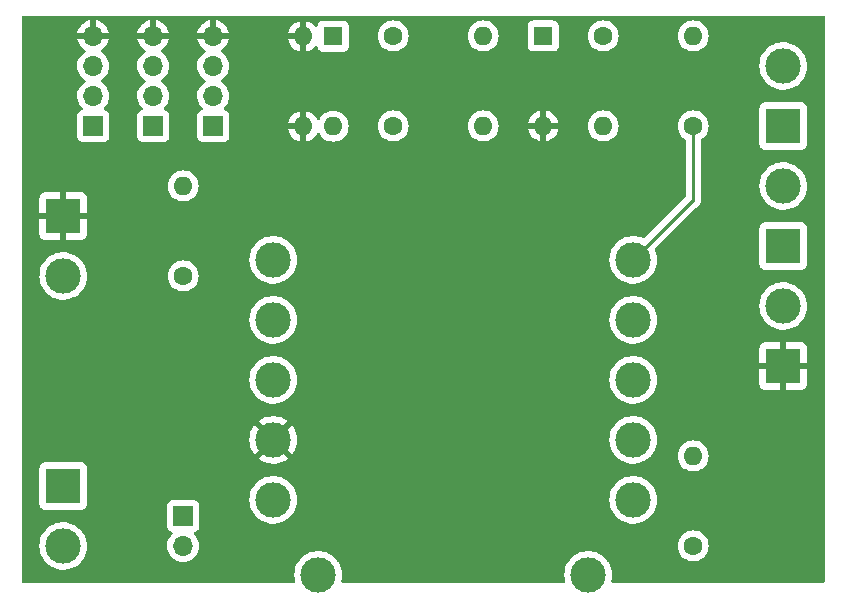
<source format=gbr>
%TF.GenerationSoftware,KiCad,Pcbnew,(6.0.7)*%
%TF.CreationDate,2023-01-13T08:14:30+01:00*%
%TF.ProjectId,VolvoPenta Digitalization,566f6c76-6f50-4656-9e74-612044696769,rev?*%
%TF.SameCoordinates,Original*%
%TF.FileFunction,Copper,L2,Bot*%
%TF.FilePolarity,Positive*%
%FSLAX46Y46*%
G04 Gerber Fmt 4.6, Leading zero omitted, Abs format (unit mm)*
G04 Created by KiCad (PCBNEW (6.0.7)) date 2023-01-13 08:14:30*
%MOMM*%
%LPD*%
G01*
G04 APERTURE LIST*
%TA.AperFunction,ComponentPad*%
%ADD10C,3.000000*%
%TD*%
%TA.AperFunction,ComponentPad*%
%ADD11C,1.600000*%
%TD*%
%TA.AperFunction,ComponentPad*%
%ADD12O,1.600000X1.600000*%
%TD*%
%TA.AperFunction,ComponentPad*%
%ADD13R,1.700000X1.700000*%
%TD*%
%TA.AperFunction,ComponentPad*%
%ADD14O,1.700000X1.700000*%
%TD*%
%TA.AperFunction,ComponentPad*%
%ADD15R,3.000000X3.000000*%
%TD*%
%TA.AperFunction,ComponentPad*%
%ADD16R,1.600000X1.600000*%
%TD*%
%TA.AperFunction,Conductor*%
%ADD17C,0.250000*%
%TD*%
G04 APERTURE END LIST*
D10*
%TO.P,U1,3V3,3V3*%
%TO.N,VCC*%
X114300000Y-84995000D03*
%TO.P,U1,A0,A0*%
%TO.N,unconnected-(U1-PadA0)*%
X114300000Y-74835000D03*
%TO.P,U1,A1,A1*%
%TO.N,unconnected-(U1-PadA1)*%
X114300000Y-69755000D03*
%TO.P,U1,A2,A2*%
%TO.N,Tank_Gauge*%
X114300000Y-64675000D03*
%TO.P,U1,A3,A3*%
%TO.N,FAE31020 Sensor*%
X144780000Y-64675000D03*
%TO.P,U1,D2,D2*%
%TO.N,Net-(R6-Pad1)*%
X144780000Y-69755000D03*
%TO.P,U1,D3,D3*%
%TO.N,unconnected-(U1-PadD3)*%
X144780000Y-74835000D03*
%TO.P,U1,D4,D4*%
%TO.N,unconnected-(U1-PadD4)*%
X144780000Y-79915000D03*
%TO.P,U1,D7,D7*%
%TO.N,DS18B20 Sensor*%
X144780000Y-84995000D03*
%TO.P,U1,GND1,GND*%
%TO.N,GND*%
X114300000Y-79915000D03*
%TO.P,U1,GND2,GND*%
%TO.N,unconnected-(U1-PadGND2)*%
X118110000Y-91345000D03*
%TO.P,U1,VIN,VIN*%
%TO.N,unconnected-(U1-PadVIN)*%
X140970000Y-91345000D03*
%TD*%
D11*
%TO.P,R1,1*%
%TO.N,Tank_Gauge*%
X106680000Y-66040000D03*
D12*
%TO.P,R1,2*%
%TO.N,VCC*%
X106680000Y-58420000D03*
%TD*%
D13*
%TO.P,SSD1306,1,Pin_1*%
%TO.N,SDA*%
X104140000Y-53340000D03*
D14*
%TO.P,SSD1306,2,Pin_2*%
%TO.N,SCL*%
X104140000Y-50800000D03*
%TO.P,SSD1306,3,Pin_3*%
%TO.N,VCC*%
X104140000Y-48260000D03*
%TO.P,SSD1306,4,Pin_4*%
%TO.N,GND*%
X104140000Y-45720000D03*
%TD*%
D11*
%TO.P,R4,1*%
%TO.N,Net-(R4-Pad1)*%
X142240000Y-45720000D03*
D12*
%TO.P,R4,2*%
%TO.N,Alternator W*%
X149860000Y-45720000D03*
%TD*%
D15*
%TO.P,JC3,1,Pin_1*%
%TO.N,FAE31020 Sensor*%
X157480000Y-53340000D03*
D10*
%TO.P,JC3,2,Pin_2*%
%TO.N,Alternator W*%
X157480000Y-48260000D03*
%TD*%
D15*
%TO.P,JC4,1,Pin_1*%
%TO.N,GND*%
X157480000Y-73660000D03*
D10*
%TO.P,JC4,2,Pin_2*%
%TO.N,DS18B20 Sensor*%
X157480000Y-68580000D03*
%TD*%
D15*
%TO.P,JC2,1,Pin_1*%
%TO.N,GND*%
X96520000Y-60960000D03*
D10*
%TO.P,JC2,2,Pin_2*%
%TO.N,Tank_Gauge*%
X96520000Y-66040000D03*
%TD*%
D16*
%TO.P,U2,1*%
%TO.N,Net-(U2-Pad1)*%
X119380000Y-45740000D03*
D12*
%TO.P,U2,2*%
%TO.N,GND*%
X116840000Y-45740000D03*
%TO.P,U2,3*%
X116840000Y-53360000D03*
%TO.P,U2,4*%
%TO.N,Net-(R6-Pad1)*%
X119380000Y-53360000D03*
%TD*%
D15*
%TO.P,JC12V1,1,Pin_1*%
%TO.N,Net-(JC12V1-Pad1)*%
X96520000Y-83820000D03*
D10*
%TO.P,JC12V1,2,Pin_2*%
%TO.N,Net-(JUSB_Conv1-Pad2)*%
X96520000Y-88900000D03*
%TD*%
D13*
%TO.P,JUSB_Conv1,1,Pin_1*%
%TO.N,Net-(JC12V1-Pad1)*%
X106680000Y-86360000D03*
D14*
%TO.P,JUSB_Conv1,2,Pin_2*%
%TO.N,Net-(JUSB_Conv1-Pad2)*%
X106680000Y-88900000D03*
%TD*%
D15*
%TO.P,JC5,1,Pin_1*%
%TO.N,VCC*%
X157480000Y-63500000D03*
D10*
%TO.P,JC5,2,Pin_2*%
%TO.N,unconnected-(JC5-Pad2)*%
X157480000Y-58420000D03*
%TD*%
D16*
%TO.P,D1,1,K*%
%TO.N,Net-(R4-Pad1)*%
X137160000Y-45720000D03*
D12*
%TO.P,D1,2,A*%
%TO.N,GND*%
X137160000Y-53340000D03*
%TD*%
D13*
%TO.P,BMP280,1,Pin_1*%
%TO.N,SDA*%
X109220000Y-53340000D03*
D14*
%TO.P,BMP280,2,Pin_2*%
%TO.N,SCL*%
X109220000Y-50800000D03*
%TO.P,BMP280,3,Pin_3*%
%TO.N,VCC*%
X109220000Y-48260000D03*
%TO.P,BMP280,4,Pin_4*%
%TO.N,GND*%
X109220000Y-45720000D03*
%TD*%
D11*
%TO.P,R3,1*%
%TO.N,DS18B20 Sensor*%
X149860000Y-88900000D03*
D12*
%TO.P,R3,2*%
%TO.N,VCC*%
X149860000Y-81280000D03*
%TD*%
D11*
%TO.P,R6,1*%
%TO.N,Net-(R6-Pad1)*%
X124460000Y-53340000D03*
D12*
%TO.P,R6,2*%
%TO.N,VCC*%
X132080000Y-53340000D03*
%TD*%
D11*
%TO.P,R5,1*%
%TO.N,Net-(U2-Pad1)*%
X124460000Y-45720000D03*
D12*
%TO.P,R5,2*%
%TO.N,Net-(R4-Pad1)*%
X132080000Y-45720000D03*
%TD*%
D13*
%TO.P,I2C1,1,Pin_1*%
%TO.N,SDA*%
X99060000Y-53340000D03*
D14*
%TO.P,I2C1,2,Pin_2*%
%TO.N,SCL*%
X99060000Y-50800000D03*
%TO.P,I2C1,3,Pin_3*%
%TO.N,VCC*%
X99060000Y-48260000D03*
%TO.P,I2C1,4,Pin_4*%
%TO.N,GND*%
X99060000Y-45720000D03*
%TD*%
D11*
%TO.P,R2,1*%
%TO.N,FAE31020 Sensor*%
X149860000Y-53340000D03*
D12*
%TO.P,R2,2*%
%TO.N,VCC*%
X142240000Y-53340000D03*
%TD*%
D17*
%TO.N,FAE31020 Sensor*%
X149860000Y-59690000D02*
X149860000Y-53340000D01*
X149765000Y-59690000D02*
X149860000Y-59690000D01*
X144780000Y-64675000D02*
X149765000Y-59690000D01*
%TD*%
%TA.AperFunction,Conductor*%
%TO.N,GND*%
G36*
X160942121Y-44020002D02*
G01*
X160988614Y-44073658D01*
X161000000Y-44126000D01*
X161000000Y-91874000D01*
X160979998Y-91942121D01*
X160926342Y-91988614D01*
X160874000Y-92000000D01*
X143038642Y-92000000D01*
X142970521Y-91979998D01*
X142924028Y-91926342D01*
X142913924Y-91856068D01*
X142915822Y-91845871D01*
X142957449Y-91664117D01*
X142957450Y-91664113D01*
X142958407Y-91659933D01*
X142982751Y-91387161D01*
X142983193Y-91345000D01*
X142964567Y-91071778D01*
X142909032Y-90803612D01*
X142817617Y-90545465D01*
X142719723Y-90355799D01*
X142693978Y-90305919D01*
X142693978Y-90305918D01*
X142692013Y-90302112D01*
X142682040Y-90287921D01*
X142587682Y-90153664D01*
X142534545Y-90078057D01*
X142407345Y-89941173D01*
X142351046Y-89880588D01*
X142351043Y-89880585D01*
X142348125Y-89877445D01*
X142344810Y-89874731D01*
X142344806Y-89874728D01*
X142139523Y-89706706D01*
X142136205Y-89703990D01*
X141902704Y-89560901D01*
X141893246Y-89556749D01*
X141655873Y-89452549D01*
X141655869Y-89452548D01*
X141651945Y-89450825D01*
X141388566Y-89375800D01*
X141384324Y-89375196D01*
X141384318Y-89375195D01*
X141183834Y-89346662D01*
X141117443Y-89337213D01*
X140973589Y-89336460D01*
X140847877Y-89335802D01*
X140847871Y-89335802D01*
X140843591Y-89335780D01*
X140839347Y-89336339D01*
X140839343Y-89336339D01*
X140741328Y-89349243D01*
X140572078Y-89371525D01*
X140567938Y-89372658D01*
X140567936Y-89372658D01*
X140495008Y-89392609D01*
X140307928Y-89443788D01*
X140303980Y-89445472D01*
X140059982Y-89549546D01*
X140059978Y-89549548D01*
X140056030Y-89551232D01*
X140036125Y-89563145D01*
X139824725Y-89689664D01*
X139824721Y-89689667D01*
X139821043Y-89691868D01*
X139607318Y-89863094D01*
X139590717Y-89880588D01*
X139439584Y-90039849D01*
X139418808Y-90061742D01*
X139259002Y-90284136D01*
X139130857Y-90526161D01*
X139129385Y-90530184D01*
X139129383Y-90530188D01*
X139122314Y-90549506D01*
X139036743Y-90783337D01*
X138978404Y-91050907D01*
X138956917Y-91323918D01*
X138972682Y-91597320D01*
X138973507Y-91601525D01*
X138973508Y-91601533D01*
X138984127Y-91655657D01*
X139021446Y-91845871D01*
X139022205Y-91849742D01*
X139015692Y-91920440D01*
X138971991Y-91976393D01*
X138898562Y-92000000D01*
X120178642Y-92000000D01*
X120110521Y-91979998D01*
X120064028Y-91926342D01*
X120053924Y-91856068D01*
X120055822Y-91845871D01*
X120097449Y-91664117D01*
X120097450Y-91664113D01*
X120098407Y-91659933D01*
X120122751Y-91387161D01*
X120123193Y-91345000D01*
X120104567Y-91071778D01*
X120049032Y-90803612D01*
X119957617Y-90545465D01*
X119859723Y-90355799D01*
X119833978Y-90305919D01*
X119833978Y-90305918D01*
X119832013Y-90302112D01*
X119822040Y-90287921D01*
X119727682Y-90153664D01*
X119674545Y-90078057D01*
X119547345Y-89941173D01*
X119491046Y-89880588D01*
X119491043Y-89880585D01*
X119488125Y-89877445D01*
X119484810Y-89874731D01*
X119484806Y-89874728D01*
X119279523Y-89706706D01*
X119276205Y-89703990D01*
X119042704Y-89560901D01*
X119033246Y-89556749D01*
X118795873Y-89452549D01*
X118795869Y-89452548D01*
X118791945Y-89450825D01*
X118528566Y-89375800D01*
X118524324Y-89375196D01*
X118524318Y-89375195D01*
X118323834Y-89346662D01*
X118257443Y-89337213D01*
X118113589Y-89336460D01*
X117987877Y-89335802D01*
X117987871Y-89335802D01*
X117983591Y-89335780D01*
X117979347Y-89336339D01*
X117979343Y-89336339D01*
X117881328Y-89349243D01*
X117712078Y-89371525D01*
X117707938Y-89372658D01*
X117707936Y-89372658D01*
X117635008Y-89392609D01*
X117447928Y-89443788D01*
X117443980Y-89445472D01*
X117199982Y-89549546D01*
X117199978Y-89549548D01*
X117196030Y-89551232D01*
X117176125Y-89563145D01*
X116964725Y-89689664D01*
X116964721Y-89689667D01*
X116961043Y-89691868D01*
X116747318Y-89863094D01*
X116730717Y-89880588D01*
X116579584Y-90039849D01*
X116558808Y-90061742D01*
X116399002Y-90284136D01*
X116270857Y-90526161D01*
X116269385Y-90530184D01*
X116269383Y-90530188D01*
X116262314Y-90549506D01*
X116176743Y-90783337D01*
X116118404Y-91050907D01*
X116096917Y-91323918D01*
X116112682Y-91597320D01*
X116113507Y-91601525D01*
X116113508Y-91601533D01*
X116124127Y-91655657D01*
X116161446Y-91845871D01*
X116162205Y-91849742D01*
X116155692Y-91920440D01*
X116111991Y-91976393D01*
X116038562Y-92000000D01*
X93126000Y-92000000D01*
X93057879Y-91979998D01*
X93011386Y-91926342D01*
X93000000Y-91874000D01*
X93000000Y-88878918D01*
X94506917Y-88878918D01*
X94522682Y-89152320D01*
X94523507Y-89156525D01*
X94523508Y-89156533D01*
X94534127Y-89210657D01*
X94575405Y-89421053D01*
X94576792Y-89425103D01*
X94576793Y-89425108D01*
X94662723Y-89676088D01*
X94664112Y-89680144D01*
X94677471Y-89706706D01*
X94779394Y-89909357D01*
X94787160Y-89924799D01*
X94789586Y-89928328D01*
X94789589Y-89928334D01*
X94929003Y-90131181D01*
X94942274Y-90150490D01*
X94945161Y-90153663D01*
X94945162Y-90153664D01*
X95035126Y-90252534D01*
X95126582Y-90353043D01*
X95336675Y-90528707D01*
X95340316Y-90530991D01*
X95565024Y-90671951D01*
X95565028Y-90671953D01*
X95568664Y-90674234D01*
X95636544Y-90704883D01*
X95814345Y-90785164D01*
X95814349Y-90785166D01*
X95818257Y-90786930D01*
X95822377Y-90788150D01*
X95822376Y-90788150D01*
X96076723Y-90863491D01*
X96076727Y-90863492D01*
X96080836Y-90864709D01*
X96085070Y-90865357D01*
X96085075Y-90865358D01*
X96347298Y-90905483D01*
X96347300Y-90905483D01*
X96351540Y-90906132D01*
X96490912Y-90908322D01*
X96621071Y-90910367D01*
X96621077Y-90910367D01*
X96625362Y-90910434D01*
X96897235Y-90877534D01*
X97162127Y-90808041D01*
X97166087Y-90806401D01*
X97166092Y-90806399D01*
X97288631Y-90755641D01*
X97415136Y-90703241D01*
X97651582Y-90565073D01*
X97867089Y-90396094D01*
X97908809Y-90353043D01*
X98005207Y-90253567D01*
X98057669Y-90199431D01*
X98060202Y-90195983D01*
X98060206Y-90195978D01*
X98217257Y-89982178D01*
X98219795Y-89978723D01*
X98247154Y-89928334D01*
X98348418Y-89741830D01*
X98348419Y-89741828D01*
X98350468Y-89738054D01*
X98403602Y-89597438D01*
X98445751Y-89485895D01*
X98445752Y-89485891D01*
X98447269Y-89481877D01*
X98480406Y-89337191D01*
X98507449Y-89219117D01*
X98507450Y-89219113D01*
X98508407Y-89214933D01*
X98510363Y-89193023D01*
X98532531Y-88944627D01*
X98532531Y-88944625D01*
X98532751Y-88942161D01*
X98533193Y-88900000D01*
X98530923Y-88866695D01*
X105317251Y-88866695D01*
X105317548Y-88871848D01*
X105317548Y-88871851D01*
X105323011Y-88966590D01*
X105330110Y-89089715D01*
X105331247Y-89094761D01*
X105331248Y-89094767D01*
X105339955Y-89133402D01*
X105379222Y-89307639D01*
X105463266Y-89514616D01*
X105579987Y-89705088D01*
X105726250Y-89873938D01*
X105898126Y-90016632D01*
X106091000Y-90129338D01*
X106095825Y-90131180D01*
X106095826Y-90131181D01*
X106137129Y-90146953D01*
X106299692Y-90209030D01*
X106304760Y-90210061D01*
X106304763Y-90210062D01*
X106412017Y-90231883D01*
X106518597Y-90253567D01*
X106523772Y-90253757D01*
X106523774Y-90253757D01*
X106736673Y-90261564D01*
X106736677Y-90261564D01*
X106741837Y-90261753D01*
X106746957Y-90261097D01*
X106746959Y-90261097D01*
X106958288Y-90234025D01*
X106958289Y-90234025D01*
X106963416Y-90233368D01*
X107029646Y-90213498D01*
X107172429Y-90170661D01*
X107172434Y-90170659D01*
X107177384Y-90169174D01*
X107377994Y-90070896D01*
X107559860Y-89941173D01*
X107576292Y-89924799D01*
X107714435Y-89787137D01*
X107718096Y-89783489D01*
X107749498Y-89739789D01*
X107845435Y-89606277D01*
X107848453Y-89602077D01*
X107867695Y-89563145D01*
X107945136Y-89406453D01*
X107945137Y-89406451D01*
X107947430Y-89401811D01*
X108012370Y-89188069D01*
X108041529Y-88966590D01*
X108042126Y-88942161D01*
X108043074Y-88903365D01*
X108043074Y-88903361D01*
X108043156Y-88900000D01*
X148546502Y-88900000D01*
X148566457Y-89128087D01*
X148567881Y-89133400D01*
X148567881Y-89133402D01*
X148622655Y-89337818D01*
X148625716Y-89349243D01*
X148628039Y-89354224D01*
X148628039Y-89354225D01*
X148720151Y-89551762D01*
X148720154Y-89551767D01*
X148722477Y-89556749D01*
X148725634Y-89561257D01*
X148829078Y-89708990D01*
X148853802Y-89744300D01*
X149015700Y-89906198D01*
X149020208Y-89909355D01*
X149020211Y-89909357D01*
X149042265Y-89924799D01*
X149203251Y-90037523D01*
X149208233Y-90039846D01*
X149208238Y-90039849D01*
X149405775Y-90131961D01*
X149410757Y-90134284D01*
X149416065Y-90135706D01*
X149416067Y-90135707D01*
X149626598Y-90192119D01*
X149626600Y-90192119D01*
X149631913Y-90193543D01*
X149860000Y-90213498D01*
X150088087Y-90193543D01*
X150093400Y-90192119D01*
X150093402Y-90192119D01*
X150303933Y-90135707D01*
X150303935Y-90135706D01*
X150309243Y-90134284D01*
X150314225Y-90131961D01*
X150511762Y-90039849D01*
X150511767Y-90039846D01*
X150516749Y-90037523D01*
X150677735Y-89924799D01*
X150699789Y-89909357D01*
X150699792Y-89909355D01*
X150704300Y-89906198D01*
X150866198Y-89744300D01*
X150890923Y-89708990D01*
X150994366Y-89561257D01*
X150997523Y-89556749D01*
X150999846Y-89551767D01*
X150999849Y-89551762D01*
X151091961Y-89354225D01*
X151091961Y-89354224D01*
X151094284Y-89349243D01*
X151097346Y-89337818D01*
X151152119Y-89133402D01*
X151152119Y-89133400D01*
X151153543Y-89128087D01*
X151173498Y-88900000D01*
X151153543Y-88671913D01*
X151147593Y-88649707D01*
X151095707Y-88456067D01*
X151095706Y-88456065D01*
X151094284Y-88450757D01*
X151082092Y-88424610D01*
X150999849Y-88248238D01*
X150999846Y-88248233D01*
X150997523Y-88243251D01*
X150924098Y-88138389D01*
X150869357Y-88060211D01*
X150869355Y-88060208D01*
X150866198Y-88055700D01*
X150704300Y-87893802D01*
X150699792Y-87890645D01*
X150699789Y-87890643D01*
X150530553Y-87772143D01*
X150516749Y-87762477D01*
X150511767Y-87760154D01*
X150511762Y-87760151D01*
X150314225Y-87668039D01*
X150314224Y-87668039D01*
X150309243Y-87665716D01*
X150303935Y-87664294D01*
X150303933Y-87664293D01*
X150093402Y-87607881D01*
X150093400Y-87607881D01*
X150088087Y-87606457D01*
X149860000Y-87586502D01*
X149631913Y-87606457D01*
X149626600Y-87607881D01*
X149626598Y-87607881D01*
X149416067Y-87664293D01*
X149416065Y-87664294D01*
X149410757Y-87665716D01*
X149405776Y-87668039D01*
X149405775Y-87668039D01*
X149208238Y-87760151D01*
X149208233Y-87760154D01*
X149203251Y-87762477D01*
X149189447Y-87772143D01*
X149020211Y-87890643D01*
X149020208Y-87890645D01*
X149015700Y-87893802D01*
X148853802Y-88055700D01*
X148850645Y-88060208D01*
X148850643Y-88060211D01*
X148795902Y-88138389D01*
X148722477Y-88243251D01*
X148720154Y-88248233D01*
X148720151Y-88248238D01*
X148637908Y-88424610D01*
X148625716Y-88450757D01*
X148624294Y-88456065D01*
X148624293Y-88456067D01*
X148572407Y-88649707D01*
X148566457Y-88671913D01*
X148546502Y-88900000D01*
X108043156Y-88900000D01*
X108024852Y-88677361D01*
X107970431Y-88460702D01*
X107881354Y-88255840D01*
X107783452Y-88104506D01*
X107762822Y-88072617D01*
X107762820Y-88072614D01*
X107760014Y-88068277D01*
X107745024Y-88051803D01*
X107612798Y-87906488D01*
X107581746Y-87842642D01*
X107590141Y-87772143D01*
X107635317Y-87717375D01*
X107661761Y-87703706D01*
X107768297Y-87663767D01*
X107776705Y-87660615D01*
X107893261Y-87573261D01*
X107980615Y-87456705D01*
X108031745Y-87320316D01*
X108038500Y-87258134D01*
X108038500Y-85461866D01*
X108031745Y-85399684D01*
X107980615Y-85263295D01*
X107893261Y-85146739D01*
X107776705Y-85059385D01*
X107640316Y-85008255D01*
X107578134Y-85001500D01*
X105781866Y-85001500D01*
X105719684Y-85008255D01*
X105583295Y-85059385D01*
X105466739Y-85146739D01*
X105379385Y-85263295D01*
X105328255Y-85399684D01*
X105321500Y-85461866D01*
X105321500Y-87258134D01*
X105328255Y-87320316D01*
X105379385Y-87456705D01*
X105466739Y-87573261D01*
X105583295Y-87660615D01*
X105591704Y-87663767D01*
X105591705Y-87663768D01*
X105700451Y-87704535D01*
X105757216Y-87747176D01*
X105781916Y-87813738D01*
X105766709Y-87883087D01*
X105747316Y-87909568D01*
X105620629Y-88042138D01*
X105617715Y-88046410D01*
X105617714Y-88046411D01*
X105608300Y-88060211D01*
X105494743Y-88226680D01*
X105400688Y-88429305D01*
X105340989Y-88644570D01*
X105317251Y-88866695D01*
X98530923Y-88866695D01*
X98530573Y-88861562D01*
X98514859Y-88631055D01*
X98514858Y-88631049D01*
X98514567Y-88626778D01*
X98459032Y-88358612D01*
X98367617Y-88100465D01*
X98242013Y-87857112D01*
X98232040Y-87842921D01*
X98134198Y-87703706D01*
X98084545Y-87633057D01*
X98014466Y-87557643D01*
X97901046Y-87435588D01*
X97901043Y-87435585D01*
X97898125Y-87432445D01*
X97894810Y-87429731D01*
X97894806Y-87429728D01*
X97689523Y-87261706D01*
X97686205Y-87258990D01*
X97452704Y-87115901D01*
X97448768Y-87114173D01*
X97205873Y-87007549D01*
X97205869Y-87007548D01*
X97201945Y-87005825D01*
X96938566Y-86930800D01*
X96934324Y-86930196D01*
X96934318Y-86930195D01*
X96731986Y-86901399D01*
X96667443Y-86892213D01*
X96523589Y-86891460D01*
X96397877Y-86890802D01*
X96397871Y-86890802D01*
X96393591Y-86890780D01*
X96389347Y-86891339D01*
X96389343Y-86891339D01*
X96270302Y-86907011D01*
X96122078Y-86926525D01*
X96117938Y-86927658D01*
X96117936Y-86927658D01*
X96045008Y-86947609D01*
X95857928Y-86998788D01*
X95842504Y-87005367D01*
X95609982Y-87104546D01*
X95609978Y-87104548D01*
X95606030Y-87106232D01*
X95586125Y-87118145D01*
X95374725Y-87244664D01*
X95374721Y-87244667D01*
X95371043Y-87246868D01*
X95157318Y-87418094D01*
X95045964Y-87535436D01*
X94977217Y-87607881D01*
X94968808Y-87616742D01*
X94809002Y-87839136D01*
X94680857Y-88081161D01*
X94679385Y-88085184D01*
X94679383Y-88085188D01*
X94588214Y-88334317D01*
X94586743Y-88338337D01*
X94528404Y-88605907D01*
X94506917Y-88878918D01*
X93000000Y-88878918D01*
X93000000Y-85368134D01*
X94511500Y-85368134D01*
X94518255Y-85430316D01*
X94569385Y-85566705D01*
X94656739Y-85683261D01*
X94773295Y-85770615D01*
X94909684Y-85821745D01*
X94971866Y-85828500D01*
X98068134Y-85828500D01*
X98130316Y-85821745D01*
X98266705Y-85770615D01*
X98383261Y-85683261D01*
X98470615Y-85566705D01*
X98521745Y-85430316D01*
X98528500Y-85368134D01*
X98528500Y-84973918D01*
X112286917Y-84973918D01*
X112302682Y-85247320D01*
X112303507Y-85251525D01*
X112303508Y-85251533D01*
X112327051Y-85371531D01*
X112355405Y-85516053D01*
X112356792Y-85520103D01*
X112356793Y-85520108D01*
X112440717Y-85765229D01*
X112444112Y-85775144D01*
X112567160Y-86019799D01*
X112569586Y-86023328D01*
X112569589Y-86023334D01*
X112719843Y-86241953D01*
X112722274Y-86245490D01*
X112906582Y-86448043D01*
X113116675Y-86623707D01*
X113120316Y-86625991D01*
X113345024Y-86766951D01*
X113345028Y-86766953D01*
X113348664Y-86769234D01*
X113416544Y-86799883D01*
X113594345Y-86880164D01*
X113594349Y-86880166D01*
X113598257Y-86881930D01*
X113661393Y-86900632D01*
X113856723Y-86958491D01*
X113856727Y-86958492D01*
X113860836Y-86959709D01*
X113865070Y-86960357D01*
X113865075Y-86960358D01*
X114127298Y-87000483D01*
X114127300Y-87000483D01*
X114131540Y-87001132D01*
X114270912Y-87003322D01*
X114401071Y-87005367D01*
X114401077Y-87005367D01*
X114405362Y-87005434D01*
X114677235Y-86972534D01*
X114942127Y-86903041D01*
X114946087Y-86901401D01*
X114946092Y-86901399D01*
X115068632Y-86850641D01*
X115195136Y-86798241D01*
X115431582Y-86660073D01*
X115647089Y-86491094D01*
X115688809Y-86448043D01*
X115834686Y-86297509D01*
X115837669Y-86294431D01*
X115840202Y-86290983D01*
X115840206Y-86290978D01*
X115997257Y-86077178D01*
X115999795Y-86073723D01*
X116027154Y-86023334D01*
X116128418Y-85836830D01*
X116128419Y-85836828D01*
X116130468Y-85833054D01*
X116227269Y-85576877D01*
X116266052Y-85407540D01*
X116287449Y-85314117D01*
X116287450Y-85314113D01*
X116288407Y-85309933D01*
X116292570Y-85263295D01*
X116312531Y-85039627D01*
X116312531Y-85039625D01*
X116312751Y-85037161D01*
X116313193Y-84995000D01*
X116311756Y-84973918D01*
X142766917Y-84973918D01*
X142782682Y-85247320D01*
X142783507Y-85251525D01*
X142783508Y-85251533D01*
X142807051Y-85371531D01*
X142835405Y-85516053D01*
X142836792Y-85520103D01*
X142836793Y-85520108D01*
X142920717Y-85765229D01*
X142924112Y-85775144D01*
X143047160Y-86019799D01*
X143049586Y-86023328D01*
X143049589Y-86023334D01*
X143199843Y-86241953D01*
X143202274Y-86245490D01*
X143386582Y-86448043D01*
X143596675Y-86623707D01*
X143600316Y-86625991D01*
X143825024Y-86766951D01*
X143825028Y-86766953D01*
X143828664Y-86769234D01*
X143896544Y-86799883D01*
X144074345Y-86880164D01*
X144074349Y-86880166D01*
X144078257Y-86881930D01*
X144141393Y-86900632D01*
X144336723Y-86958491D01*
X144336727Y-86958492D01*
X144340836Y-86959709D01*
X144345070Y-86960357D01*
X144345075Y-86960358D01*
X144607298Y-87000483D01*
X144607300Y-87000483D01*
X144611540Y-87001132D01*
X144750912Y-87003322D01*
X144881071Y-87005367D01*
X144881077Y-87005367D01*
X144885362Y-87005434D01*
X145157235Y-86972534D01*
X145422127Y-86903041D01*
X145426087Y-86901401D01*
X145426092Y-86901399D01*
X145548632Y-86850641D01*
X145675136Y-86798241D01*
X145911582Y-86660073D01*
X146127089Y-86491094D01*
X146168809Y-86448043D01*
X146314686Y-86297509D01*
X146317669Y-86294431D01*
X146320202Y-86290983D01*
X146320206Y-86290978D01*
X146477257Y-86077178D01*
X146479795Y-86073723D01*
X146507154Y-86023334D01*
X146608418Y-85836830D01*
X146608419Y-85836828D01*
X146610468Y-85833054D01*
X146707269Y-85576877D01*
X146746052Y-85407540D01*
X146767449Y-85314117D01*
X146767450Y-85314113D01*
X146768407Y-85309933D01*
X146772570Y-85263295D01*
X146792531Y-85039627D01*
X146792531Y-85039625D01*
X146792751Y-85037161D01*
X146793193Y-84995000D01*
X146774567Y-84721778D01*
X146719032Y-84453612D01*
X146627617Y-84195465D01*
X146502013Y-83952112D01*
X146492040Y-83937921D01*
X146347008Y-83731562D01*
X146344545Y-83728057D01*
X146158125Y-83527445D01*
X146154810Y-83524731D01*
X146154806Y-83524728D01*
X145949523Y-83356706D01*
X145946205Y-83353990D01*
X145712704Y-83210901D01*
X145708768Y-83209173D01*
X145465873Y-83102549D01*
X145465869Y-83102548D01*
X145461945Y-83100825D01*
X145198566Y-83025800D01*
X145194324Y-83025196D01*
X145194318Y-83025195D01*
X144993834Y-82996662D01*
X144927443Y-82987213D01*
X144783589Y-82986460D01*
X144657877Y-82985802D01*
X144657871Y-82985802D01*
X144653591Y-82985780D01*
X144649347Y-82986339D01*
X144649343Y-82986339D01*
X144530302Y-83002011D01*
X144382078Y-83021525D01*
X144377938Y-83022658D01*
X144377936Y-83022658D01*
X144305008Y-83042609D01*
X144117928Y-83093788D01*
X144113980Y-83095472D01*
X143869982Y-83199546D01*
X143869978Y-83199548D01*
X143866030Y-83201232D01*
X143846125Y-83213145D01*
X143634725Y-83339664D01*
X143634721Y-83339667D01*
X143631043Y-83341868D01*
X143417318Y-83513094D01*
X143228808Y-83711742D01*
X143069002Y-83934136D01*
X142940857Y-84176161D01*
X142939385Y-84180184D01*
X142939383Y-84180188D01*
X142932314Y-84199506D01*
X142846743Y-84433337D01*
X142788404Y-84700907D01*
X142766917Y-84973918D01*
X116311756Y-84973918D01*
X116294567Y-84721778D01*
X116239032Y-84453612D01*
X116147617Y-84195465D01*
X116022013Y-83952112D01*
X116012040Y-83937921D01*
X115867008Y-83731562D01*
X115864545Y-83728057D01*
X115678125Y-83527445D01*
X115674810Y-83524731D01*
X115674806Y-83524728D01*
X115469523Y-83356706D01*
X115466205Y-83353990D01*
X115232704Y-83210901D01*
X115228768Y-83209173D01*
X114985873Y-83102549D01*
X114985869Y-83102548D01*
X114981945Y-83100825D01*
X114718566Y-83025800D01*
X114714324Y-83025196D01*
X114714318Y-83025195D01*
X114513834Y-82996662D01*
X114447443Y-82987213D01*
X114303589Y-82986460D01*
X114177877Y-82985802D01*
X114177871Y-82985802D01*
X114173591Y-82985780D01*
X114169347Y-82986339D01*
X114169343Y-82986339D01*
X114050302Y-83002011D01*
X113902078Y-83021525D01*
X113897938Y-83022658D01*
X113897936Y-83022658D01*
X113825008Y-83042609D01*
X113637928Y-83093788D01*
X113633980Y-83095472D01*
X113389982Y-83199546D01*
X113389978Y-83199548D01*
X113386030Y-83201232D01*
X113366125Y-83213145D01*
X113154725Y-83339664D01*
X113154721Y-83339667D01*
X113151043Y-83341868D01*
X112937318Y-83513094D01*
X112748808Y-83711742D01*
X112589002Y-83934136D01*
X112460857Y-84176161D01*
X112459385Y-84180184D01*
X112459383Y-84180188D01*
X112452314Y-84199506D01*
X112366743Y-84433337D01*
X112308404Y-84700907D01*
X112286917Y-84973918D01*
X98528500Y-84973918D01*
X98528500Y-82271866D01*
X98521745Y-82209684D01*
X98470615Y-82073295D01*
X98383261Y-81956739D01*
X98266705Y-81869385D01*
X98130316Y-81818255D01*
X98068134Y-81811500D01*
X94971866Y-81811500D01*
X94909684Y-81818255D01*
X94773295Y-81869385D01*
X94656739Y-81956739D01*
X94569385Y-82073295D01*
X94518255Y-82209684D01*
X94511500Y-82271866D01*
X94511500Y-85368134D01*
X93000000Y-85368134D01*
X93000000Y-81504654D01*
X113075618Y-81504654D01*
X113082673Y-81514627D01*
X113113679Y-81540551D01*
X113120598Y-81545579D01*
X113345272Y-81686515D01*
X113352807Y-81690556D01*
X113594520Y-81799694D01*
X113602551Y-81802680D01*
X113856832Y-81878002D01*
X113865184Y-81879869D01*
X114127340Y-81919984D01*
X114135874Y-81920700D01*
X114401045Y-81924867D01*
X114409596Y-81924418D01*
X114672883Y-81892557D01*
X114681284Y-81890955D01*
X114937824Y-81823653D01*
X114945926Y-81820926D01*
X115190949Y-81719434D01*
X115198617Y-81715628D01*
X115427598Y-81581822D01*
X115434679Y-81577009D01*
X115514655Y-81514301D01*
X115523125Y-81502442D01*
X115516608Y-81490818D01*
X114312812Y-80287022D01*
X114298868Y-80279408D01*
X114297035Y-80279539D01*
X114290420Y-80283790D01*
X113082910Y-81491300D01*
X113075618Y-81504654D01*
X93000000Y-81504654D01*
X93000000Y-79898204D01*
X112287665Y-79898204D01*
X112302932Y-80162969D01*
X112304005Y-80171470D01*
X112355065Y-80431722D01*
X112357276Y-80439974D01*
X112443184Y-80690894D01*
X112446499Y-80698779D01*
X112565664Y-80935713D01*
X112570020Y-80943079D01*
X112699347Y-81131250D01*
X112709601Y-81139594D01*
X112723342Y-81132448D01*
X113927978Y-79927812D01*
X113934356Y-79916132D01*
X114664408Y-79916132D01*
X114664539Y-79917965D01*
X114668790Y-79924580D01*
X115875730Y-81131520D01*
X115887939Y-81138187D01*
X115899439Y-81129497D01*
X115996831Y-80996913D01*
X116001418Y-80989685D01*
X116127962Y-80756621D01*
X116131530Y-80748827D01*
X116225271Y-80500750D01*
X116227748Y-80492544D01*
X116286954Y-80234038D01*
X116288294Y-80225577D01*
X116312031Y-79959616D01*
X116312277Y-79954677D01*
X116312666Y-79917485D01*
X116312523Y-79912519D01*
X116311255Y-79893918D01*
X142766917Y-79893918D01*
X142782682Y-80167320D01*
X142783507Y-80171525D01*
X142783508Y-80171533D01*
X142804698Y-80279539D01*
X142835405Y-80436053D01*
X142836792Y-80440103D01*
X142836793Y-80440108D01*
X142857605Y-80500895D01*
X142924112Y-80695144D01*
X142926039Y-80698975D01*
X142994989Y-80836067D01*
X143047160Y-80939799D01*
X143049586Y-80943328D01*
X143049589Y-80943334D01*
X143178741Y-81131250D01*
X143202274Y-81165490D01*
X143386582Y-81368043D01*
X143596675Y-81543707D01*
X143600316Y-81545991D01*
X143825024Y-81686951D01*
X143825028Y-81686953D01*
X143828664Y-81689234D01*
X143917274Y-81729243D01*
X144074345Y-81800164D01*
X144074349Y-81800166D01*
X144078257Y-81801930D01*
X144082377Y-81803150D01*
X144082376Y-81803150D01*
X144336723Y-81878491D01*
X144336727Y-81878492D01*
X144340836Y-81879709D01*
X144345070Y-81880357D01*
X144345075Y-81880358D01*
X144607298Y-81920483D01*
X144607300Y-81920483D01*
X144611540Y-81921132D01*
X144750912Y-81923322D01*
X144881071Y-81925367D01*
X144881077Y-81925367D01*
X144885362Y-81925434D01*
X145157235Y-81892534D01*
X145422127Y-81823041D01*
X145426087Y-81821401D01*
X145426092Y-81821399D01*
X145636547Y-81734225D01*
X145675136Y-81718241D01*
X145911582Y-81580073D01*
X146127089Y-81411094D01*
X146168809Y-81368043D01*
X146254128Y-81280000D01*
X148546502Y-81280000D01*
X148566457Y-81508087D01*
X148567881Y-81513400D01*
X148567881Y-81513402D01*
X148623088Y-81719434D01*
X148625716Y-81729243D01*
X148628039Y-81734224D01*
X148628039Y-81734225D01*
X148720151Y-81931762D01*
X148720154Y-81931767D01*
X148722477Y-81936749D01*
X148853802Y-82124300D01*
X149015700Y-82286198D01*
X149020208Y-82289355D01*
X149020211Y-82289357D01*
X149098389Y-82344098D01*
X149203251Y-82417523D01*
X149208233Y-82419846D01*
X149208238Y-82419849D01*
X149405775Y-82511961D01*
X149410757Y-82514284D01*
X149416065Y-82515706D01*
X149416067Y-82515707D01*
X149626598Y-82572119D01*
X149626600Y-82572119D01*
X149631913Y-82573543D01*
X149860000Y-82593498D01*
X150088087Y-82573543D01*
X150093400Y-82572119D01*
X150093402Y-82572119D01*
X150303933Y-82515707D01*
X150303935Y-82515706D01*
X150309243Y-82514284D01*
X150314225Y-82511961D01*
X150511762Y-82419849D01*
X150511767Y-82419846D01*
X150516749Y-82417523D01*
X150621611Y-82344098D01*
X150699789Y-82289357D01*
X150699792Y-82289355D01*
X150704300Y-82286198D01*
X150866198Y-82124300D01*
X150997523Y-81936749D01*
X150999846Y-81931767D01*
X150999849Y-81931762D01*
X151091961Y-81734225D01*
X151091961Y-81734224D01*
X151094284Y-81729243D01*
X151096913Y-81719434D01*
X151152119Y-81513402D01*
X151152119Y-81513400D01*
X151153543Y-81508087D01*
X151173498Y-81280000D01*
X151153543Y-81051913D01*
X151123502Y-80939799D01*
X151095707Y-80836067D01*
X151095706Y-80836065D01*
X151094284Y-80830757D01*
X151056080Y-80748827D01*
X150999849Y-80628238D01*
X150999846Y-80628233D01*
X150997523Y-80623251D01*
X150866198Y-80435700D01*
X150704300Y-80273802D01*
X150699792Y-80270645D01*
X150699789Y-80270643D01*
X150546104Y-80163032D01*
X150516749Y-80142477D01*
X150511767Y-80140154D01*
X150511762Y-80140151D01*
X150314225Y-80048039D01*
X150314224Y-80048039D01*
X150309243Y-80045716D01*
X150303935Y-80044294D01*
X150303933Y-80044293D01*
X150093402Y-79987881D01*
X150093400Y-79987881D01*
X150088087Y-79986457D01*
X149860000Y-79966502D01*
X149631913Y-79986457D01*
X149626600Y-79987881D01*
X149626598Y-79987881D01*
X149416067Y-80044293D01*
X149416065Y-80044294D01*
X149410757Y-80045716D01*
X149405776Y-80048039D01*
X149405775Y-80048039D01*
X149208238Y-80140151D01*
X149208233Y-80140154D01*
X149203251Y-80142477D01*
X149173896Y-80163032D01*
X149020211Y-80270643D01*
X149020208Y-80270645D01*
X149015700Y-80273802D01*
X148853802Y-80435700D01*
X148722477Y-80623251D01*
X148720154Y-80628233D01*
X148720151Y-80628238D01*
X148663920Y-80748827D01*
X148625716Y-80830757D01*
X148624294Y-80836065D01*
X148624293Y-80836067D01*
X148596498Y-80939799D01*
X148566457Y-81051913D01*
X148546502Y-81280000D01*
X146254128Y-81280000D01*
X146314686Y-81217509D01*
X146317669Y-81214431D01*
X146320202Y-81210983D01*
X146320206Y-81210978D01*
X146477257Y-80997178D01*
X146479795Y-80993723D01*
X146481841Y-80989955D01*
X146608418Y-80756830D01*
X146608419Y-80756828D01*
X146610468Y-80753054D01*
X146707269Y-80496877D01*
X146768407Y-80229933D01*
X146774384Y-80162969D01*
X146792531Y-79959627D01*
X146792532Y-79959616D01*
X146792751Y-79957161D01*
X146793193Y-79915000D01*
X146791465Y-79889648D01*
X146774859Y-79646055D01*
X146774858Y-79646049D01*
X146774567Y-79641778D01*
X146719032Y-79373612D01*
X146627617Y-79115465D01*
X146502013Y-78872112D01*
X146492040Y-78857921D01*
X146347008Y-78651562D01*
X146344545Y-78648057D01*
X146158125Y-78447445D01*
X146154810Y-78444731D01*
X146154806Y-78444728D01*
X145949523Y-78276706D01*
X145946205Y-78273990D01*
X145712704Y-78130901D01*
X145708768Y-78129173D01*
X145465873Y-78022549D01*
X145465869Y-78022548D01*
X145461945Y-78020825D01*
X145198566Y-77945800D01*
X145194324Y-77945196D01*
X145194318Y-77945195D01*
X144993834Y-77916662D01*
X144927443Y-77907213D01*
X144783589Y-77906460D01*
X144657877Y-77905802D01*
X144657871Y-77905802D01*
X144653591Y-77905780D01*
X144649347Y-77906339D01*
X144649343Y-77906339D01*
X144530302Y-77922011D01*
X144382078Y-77941525D01*
X144377938Y-77942658D01*
X144377936Y-77942658D01*
X144305008Y-77962609D01*
X144117928Y-78013788D01*
X144113980Y-78015472D01*
X143869982Y-78119546D01*
X143869978Y-78119548D01*
X143866030Y-78121232D01*
X143846125Y-78133145D01*
X143634725Y-78259664D01*
X143634721Y-78259667D01*
X143631043Y-78261868D01*
X143417318Y-78433094D01*
X143228808Y-78631742D01*
X143069002Y-78854136D01*
X142940857Y-79096161D01*
X142939385Y-79100184D01*
X142939383Y-79100188D01*
X142932314Y-79119506D01*
X142846743Y-79353337D01*
X142788404Y-79620907D01*
X142766917Y-79893918D01*
X116311255Y-79893918D01*
X116294362Y-79646123D01*
X116293201Y-79637649D01*
X116239419Y-79377944D01*
X116237120Y-79369709D01*
X116148588Y-79119705D01*
X116145191Y-79111854D01*
X116023550Y-78876178D01*
X116019122Y-78868866D01*
X115900031Y-78699417D01*
X115889509Y-78691037D01*
X115876121Y-78698089D01*
X114672022Y-79902188D01*
X114664408Y-79916132D01*
X113934356Y-79916132D01*
X113935592Y-79913868D01*
X113935461Y-79912035D01*
X113931210Y-79905420D01*
X112723814Y-78698024D01*
X112711804Y-78691466D01*
X112700064Y-78700434D01*
X112591935Y-78850911D01*
X112587418Y-78858196D01*
X112463325Y-79092567D01*
X112459839Y-79100395D01*
X112368700Y-79349446D01*
X112366311Y-79357670D01*
X112309812Y-79616795D01*
X112308563Y-79625250D01*
X112287754Y-79889653D01*
X112287665Y-79898204D01*
X93000000Y-79898204D01*
X93000000Y-78327500D01*
X113076584Y-78327500D01*
X113082980Y-78338770D01*
X114287188Y-79542978D01*
X114301132Y-79550592D01*
X114302965Y-79550461D01*
X114309580Y-79546210D01*
X115516604Y-78339186D01*
X115523795Y-78326017D01*
X115516473Y-78315780D01*
X115469233Y-78277115D01*
X115462261Y-78272160D01*
X115236122Y-78133582D01*
X115228552Y-78129624D01*
X114985704Y-78023022D01*
X114977644Y-78020120D01*
X114722592Y-77947467D01*
X114714214Y-77945685D01*
X114451656Y-77908318D01*
X114443111Y-77907691D01*
X114177908Y-77906302D01*
X114169374Y-77906839D01*
X113906433Y-77941456D01*
X113898035Y-77943149D01*
X113642238Y-78013127D01*
X113634143Y-78015946D01*
X113390199Y-78119997D01*
X113382577Y-78123881D01*
X113155013Y-78260075D01*
X113147981Y-78264962D01*
X113085053Y-78315377D01*
X113076584Y-78327500D01*
X93000000Y-78327500D01*
X93000000Y-74813918D01*
X112286917Y-74813918D01*
X112302682Y-75087320D01*
X112303507Y-75091525D01*
X112303508Y-75091533D01*
X112314127Y-75145657D01*
X112355405Y-75356053D01*
X112356792Y-75360103D01*
X112356793Y-75360108D01*
X112442723Y-75611088D01*
X112444112Y-75615144D01*
X112567160Y-75859799D01*
X112569586Y-75863328D01*
X112569589Y-75863334D01*
X112719843Y-76081953D01*
X112722274Y-76085490D01*
X112906582Y-76288043D01*
X113116675Y-76463707D01*
X113120316Y-76465991D01*
X113345024Y-76606951D01*
X113345028Y-76606953D01*
X113348664Y-76609234D01*
X113416544Y-76639883D01*
X113594345Y-76720164D01*
X113594349Y-76720166D01*
X113598257Y-76721930D01*
X113602377Y-76723150D01*
X113602376Y-76723150D01*
X113856723Y-76798491D01*
X113856727Y-76798492D01*
X113860836Y-76799709D01*
X113865070Y-76800357D01*
X113865075Y-76800358D01*
X114127298Y-76840483D01*
X114127300Y-76840483D01*
X114131540Y-76841132D01*
X114270912Y-76843322D01*
X114401071Y-76845367D01*
X114401077Y-76845367D01*
X114405362Y-76845434D01*
X114677235Y-76812534D01*
X114942127Y-76743041D01*
X114946087Y-76741401D01*
X114946092Y-76741399D01*
X115068632Y-76690641D01*
X115195136Y-76638241D01*
X115431582Y-76500073D01*
X115647089Y-76331094D01*
X115688809Y-76288043D01*
X115834686Y-76137509D01*
X115837669Y-76134431D01*
X115840202Y-76130983D01*
X115840206Y-76130978D01*
X115997257Y-75917178D01*
X115999795Y-75913723D01*
X116027154Y-75863334D01*
X116128418Y-75676830D01*
X116128419Y-75676828D01*
X116130468Y-75673054D01*
X116227269Y-75416877D01*
X116288407Y-75149933D01*
X116312751Y-74877161D01*
X116313193Y-74835000D01*
X116311756Y-74813918D01*
X142766917Y-74813918D01*
X142782682Y-75087320D01*
X142783507Y-75091525D01*
X142783508Y-75091533D01*
X142794127Y-75145657D01*
X142835405Y-75356053D01*
X142836792Y-75360103D01*
X142836793Y-75360108D01*
X142922723Y-75611088D01*
X142924112Y-75615144D01*
X143047160Y-75859799D01*
X143049586Y-75863328D01*
X143049589Y-75863334D01*
X143199843Y-76081953D01*
X143202274Y-76085490D01*
X143386582Y-76288043D01*
X143596675Y-76463707D01*
X143600316Y-76465991D01*
X143825024Y-76606951D01*
X143825028Y-76606953D01*
X143828664Y-76609234D01*
X143896544Y-76639883D01*
X144074345Y-76720164D01*
X144074349Y-76720166D01*
X144078257Y-76721930D01*
X144082377Y-76723150D01*
X144082376Y-76723150D01*
X144336723Y-76798491D01*
X144336727Y-76798492D01*
X144340836Y-76799709D01*
X144345070Y-76800357D01*
X144345075Y-76800358D01*
X144607298Y-76840483D01*
X144607300Y-76840483D01*
X144611540Y-76841132D01*
X144750912Y-76843322D01*
X144881071Y-76845367D01*
X144881077Y-76845367D01*
X144885362Y-76845434D01*
X145157235Y-76812534D01*
X145422127Y-76743041D01*
X145426087Y-76741401D01*
X145426092Y-76741399D01*
X145548632Y-76690641D01*
X145675136Y-76638241D01*
X145911582Y-76500073D01*
X146127089Y-76331094D01*
X146168809Y-76288043D01*
X146314686Y-76137509D01*
X146317669Y-76134431D01*
X146320202Y-76130983D01*
X146320206Y-76130978D01*
X146477257Y-75917178D01*
X146479795Y-75913723D01*
X146507154Y-75863334D01*
X146608418Y-75676830D01*
X146608419Y-75676828D01*
X146610468Y-75673054D01*
X146707269Y-75416877D01*
X146755871Y-75204669D01*
X155472001Y-75204669D01*
X155472371Y-75211490D01*
X155477895Y-75262352D01*
X155481521Y-75277604D01*
X155526676Y-75398054D01*
X155535214Y-75413649D01*
X155611715Y-75515724D01*
X155624276Y-75528285D01*
X155726351Y-75604786D01*
X155741946Y-75613324D01*
X155862394Y-75658478D01*
X155877649Y-75662105D01*
X155928514Y-75667631D01*
X155935328Y-75668000D01*
X157207885Y-75668000D01*
X157223124Y-75663525D01*
X157224329Y-75662135D01*
X157226000Y-75654452D01*
X157226000Y-75649884D01*
X157734000Y-75649884D01*
X157738475Y-75665123D01*
X157739865Y-75666328D01*
X157747548Y-75667999D01*
X159024669Y-75667999D01*
X159031490Y-75667629D01*
X159082352Y-75662105D01*
X159097604Y-75658479D01*
X159218054Y-75613324D01*
X159233649Y-75604786D01*
X159335724Y-75528285D01*
X159348285Y-75515724D01*
X159424786Y-75413649D01*
X159433324Y-75398054D01*
X159478478Y-75277606D01*
X159482105Y-75262351D01*
X159487631Y-75211486D01*
X159488000Y-75204672D01*
X159488000Y-73932115D01*
X159483525Y-73916876D01*
X159482135Y-73915671D01*
X159474452Y-73914000D01*
X157752115Y-73914000D01*
X157736876Y-73918475D01*
X157735671Y-73919865D01*
X157734000Y-73927548D01*
X157734000Y-75649884D01*
X157226000Y-75649884D01*
X157226000Y-73932115D01*
X157221525Y-73916876D01*
X157220135Y-73915671D01*
X157212452Y-73914000D01*
X155490116Y-73914000D01*
X155474877Y-73918475D01*
X155473672Y-73919865D01*
X155472001Y-73927548D01*
X155472001Y-75204669D01*
X146755871Y-75204669D01*
X146768407Y-75149933D01*
X146792751Y-74877161D01*
X146793193Y-74835000D01*
X146774567Y-74561778D01*
X146719032Y-74293612D01*
X146627617Y-74035465D01*
X146502013Y-73792112D01*
X146492040Y-73777921D01*
X146347008Y-73571562D01*
X146344545Y-73568057D01*
X146274466Y-73492643D01*
X146177119Y-73387885D01*
X155472000Y-73387885D01*
X155476475Y-73403124D01*
X155477865Y-73404329D01*
X155485548Y-73406000D01*
X157207885Y-73406000D01*
X157223124Y-73401525D01*
X157224329Y-73400135D01*
X157226000Y-73392452D01*
X157226000Y-73387885D01*
X157734000Y-73387885D01*
X157738475Y-73403124D01*
X157739865Y-73404329D01*
X157747548Y-73406000D01*
X159469884Y-73406000D01*
X159485123Y-73401525D01*
X159486328Y-73400135D01*
X159487999Y-73392452D01*
X159487999Y-72115331D01*
X159487629Y-72108510D01*
X159482105Y-72057648D01*
X159478479Y-72042396D01*
X159433324Y-71921946D01*
X159424786Y-71906351D01*
X159348285Y-71804276D01*
X159335724Y-71791715D01*
X159233649Y-71715214D01*
X159218054Y-71706676D01*
X159097606Y-71661522D01*
X159082351Y-71657895D01*
X159031486Y-71652369D01*
X159024672Y-71652000D01*
X157752115Y-71652000D01*
X157736876Y-71656475D01*
X157735671Y-71657865D01*
X157734000Y-71665548D01*
X157734000Y-73387885D01*
X157226000Y-73387885D01*
X157226000Y-71670116D01*
X157221525Y-71654877D01*
X157220135Y-71653672D01*
X157212452Y-71652001D01*
X155935331Y-71652001D01*
X155928510Y-71652371D01*
X155877648Y-71657895D01*
X155862396Y-71661521D01*
X155741946Y-71706676D01*
X155726351Y-71715214D01*
X155624276Y-71791715D01*
X155611715Y-71804276D01*
X155535214Y-71906351D01*
X155526676Y-71921946D01*
X155481522Y-72042394D01*
X155477895Y-72057649D01*
X155472369Y-72108514D01*
X155472000Y-72115328D01*
X155472000Y-73387885D01*
X146177119Y-73387885D01*
X146161046Y-73370588D01*
X146161043Y-73370585D01*
X146158125Y-73367445D01*
X146154810Y-73364731D01*
X146154806Y-73364728D01*
X145949523Y-73196706D01*
X145946205Y-73193990D01*
X145712704Y-73050901D01*
X145708768Y-73049173D01*
X145465873Y-72942549D01*
X145465869Y-72942548D01*
X145461945Y-72940825D01*
X145198566Y-72865800D01*
X145194324Y-72865196D01*
X145194318Y-72865195D01*
X144993834Y-72836662D01*
X144927443Y-72827213D01*
X144783589Y-72826460D01*
X144657877Y-72825802D01*
X144657871Y-72825802D01*
X144653591Y-72825780D01*
X144649347Y-72826339D01*
X144649343Y-72826339D01*
X144530302Y-72842011D01*
X144382078Y-72861525D01*
X144377938Y-72862658D01*
X144377936Y-72862658D01*
X144305008Y-72882609D01*
X144117928Y-72933788D01*
X144113980Y-72935472D01*
X143869982Y-73039546D01*
X143869978Y-73039548D01*
X143866030Y-73041232D01*
X143846125Y-73053145D01*
X143634725Y-73179664D01*
X143634721Y-73179667D01*
X143631043Y-73181868D01*
X143417318Y-73353094D01*
X143228808Y-73551742D01*
X143069002Y-73774136D01*
X142940857Y-74016161D01*
X142939385Y-74020184D01*
X142939383Y-74020188D01*
X142932314Y-74039506D01*
X142846743Y-74273337D01*
X142788404Y-74540907D01*
X142766917Y-74813918D01*
X116311756Y-74813918D01*
X116294567Y-74561778D01*
X116239032Y-74293612D01*
X116147617Y-74035465D01*
X116022013Y-73792112D01*
X116012040Y-73777921D01*
X115867008Y-73571562D01*
X115864545Y-73568057D01*
X115794466Y-73492643D01*
X115681046Y-73370588D01*
X115681043Y-73370585D01*
X115678125Y-73367445D01*
X115674810Y-73364731D01*
X115674806Y-73364728D01*
X115469523Y-73196706D01*
X115466205Y-73193990D01*
X115232704Y-73050901D01*
X115228768Y-73049173D01*
X114985873Y-72942549D01*
X114985869Y-72942548D01*
X114981945Y-72940825D01*
X114718566Y-72865800D01*
X114714324Y-72865196D01*
X114714318Y-72865195D01*
X114513834Y-72836662D01*
X114447443Y-72827213D01*
X114303589Y-72826460D01*
X114177877Y-72825802D01*
X114177871Y-72825802D01*
X114173591Y-72825780D01*
X114169347Y-72826339D01*
X114169343Y-72826339D01*
X114050302Y-72842011D01*
X113902078Y-72861525D01*
X113897938Y-72862658D01*
X113897936Y-72862658D01*
X113825008Y-72882609D01*
X113637928Y-72933788D01*
X113633980Y-72935472D01*
X113389982Y-73039546D01*
X113389978Y-73039548D01*
X113386030Y-73041232D01*
X113366125Y-73053145D01*
X113154725Y-73179664D01*
X113154721Y-73179667D01*
X113151043Y-73181868D01*
X112937318Y-73353094D01*
X112748808Y-73551742D01*
X112589002Y-73774136D01*
X112460857Y-74016161D01*
X112459385Y-74020184D01*
X112459383Y-74020188D01*
X112452314Y-74039506D01*
X112366743Y-74273337D01*
X112308404Y-74540907D01*
X112286917Y-74813918D01*
X93000000Y-74813918D01*
X93000000Y-69733918D01*
X112286917Y-69733918D01*
X112302682Y-70007320D01*
X112303507Y-70011525D01*
X112303508Y-70011533D01*
X112315787Y-70074117D01*
X112355405Y-70276053D01*
X112356792Y-70280103D01*
X112356793Y-70280108D01*
X112427985Y-70488041D01*
X112444112Y-70535144D01*
X112567160Y-70779799D01*
X112569586Y-70783328D01*
X112569589Y-70783334D01*
X112719843Y-71001953D01*
X112722274Y-71005490D01*
X112906582Y-71208043D01*
X113116675Y-71383707D01*
X113120316Y-71385991D01*
X113345024Y-71526951D01*
X113345028Y-71526953D01*
X113348664Y-71529234D01*
X113416544Y-71559883D01*
X113594345Y-71640164D01*
X113594349Y-71640166D01*
X113598257Y-71641930D01*
X113637898Y-71653672D01*
X113856723Y-71718491D01*
X113856727Y-71718492D01*
X113860836Y-71719709D01*
X113865070Y-71720357D01*
X113865075Y-71720358D01*
X114127298Y-71760483D01*
X114127300Y-71760483D01*
X114131540Y-71761132D01*
X114270912Y-71763322D01*
X114401071Y-71765367D01*
X114401077Y-71765367D01*
X114405362Y-71765434D01*
X114677235Y-71732534D01*
X114942127Y-71663041D01*
X114946087Y-71661401D01*
X114946092Y-71661399D01*
X115068632Y-71610641D01*
X115195136Y-71558241D01*
X115431582Y-71420073D01*
X115647089Y-71251094D01*
X115688809Y-71208043D01*
X115834686Y-71057509D01*
X115837669Y-71054431D01*
X115840202Y-71050983D01*
X115840206Y-71050978D01*
X115997257Y-70837178D01*
X115999795Y-70833723D01*
X116027154Y-70783334D01*
X116128418Y-70596830D01*
X116128419Y-70596828D01*
X116130468Y-70593054D01*
X116220043Y-70356000D01*
X116225751Y-70340895D01*
X116225752Y-70340891D01*
X116227269Y-70336877D01*
X116288407Y-70069933D01*
X116291454Y-70035799D01*
X116312531Y-69799627D01*
X116312531Y-69799625D01*
X116312751Y-69797161D01*
X116313193Y-69755000D01*
X116311756Y-69733918D01*
X142766917Y-69733918D01*
X142782682Y-70007320D01*
X142783507Y-70011525D01*
X142783508Y-70011533D01*
X142795787Y-70074117D01*
X142835405Y-70276053D01*
X142836792Y-70280103D01*
X142836793Y-70280108D01*
X142907985Y-70488041D01*
X142924112Y-70535144D01*
X143047160Y-70779799D01*
X143049586Y-70783328D01*
X143049589Y-70783334D01*
X143199843Y-71001953D01*
X143202274Y-71005490D01*
X143386582Y-71208043D01*
X143596675Y-71383707D01*
X143600316Y-71385991D01*
X143825024Y-71526951D01*
X143825028Y-71526953D01*
X143828664Y-71529234D01*
X143896544Y-71559883D01*
X144074345Y-71640164D01*
X144074349Y-71640166D01*
X144078257Y-71641930D01*
X144117898Y-71653672D01*
X144336723Y-71718491D01*
X144336727Y-71718492D01*
X144340836Y-71719709D01*
X144345070Y-71720357D01*
X144345075Y-71720358D01*
X144607298Y-71760483D01*
X144607300Y-71760483D01*
X144611540Y-71761132D01*
X144750912Y-71763322D01*
X144881071Y-71765367D01*
X144881077Y-71765367D01*
X144885362Y-71765434D01*
X145157235Y-71732534D01*
X145422127Y-71663041D01*
X145426087Y-71661401D01*
X145426092Y-71661399D01*
X145548632Y-71610641D01*
X145675136Y-71558241D01*
X145911582Y-71420073D01*
X146127089Y-71251094D01*
X146168809Y-71208043D01*
X146314686Y-71057509D01*
X146317669Y-71054431D01*
X146320202Y-71050983D01*
X146320206Y-71050978D01*
X146477257Y-70837178D01*
X146479795Y-70833723D01*
X146507154Y-70783334D01*
X146608418Y-70596830D01*
X146608419Y-70596828D01*
X146610468Y-70593054D01*
X146700043Y-70356000D01*
X146705751Y-70340895D01*
X146705752Y-70340891D01*
X146707269Y-70336877D01*
X146768407Y-70069933D01*
X146771454Y-70035799D01*
X146792531Y-69799627D01*
X146792531Y-69799625D01*
X146792751Y-69797161D01*
X146793193Y-69755000D01*
X146782954Y-69604799D01*
X146774859Y-69486055D01*
X146774858Y-69486049D01*
X146774567Y-69481778D01*
X146719032Y-69213612D01*
X146627617Y-68955465D01*
X146502013Y-68712112D01*
X146492040Y-68697921D01*
X146394347Y-68558918D01*
X155466917Y-68558918D01*
X155482682Y-68832320D01*
X155483507Y-68836525D01*
X155483508Y-68836533D01*
X155503845Y-68940188D01*
X155535405Y-69101053D01*
X155536792Y-69105103D01*
X155536793Y-69105108D01*
X155622723Y-69356088D01*
X155624112Y-69360144D01*
X155747160Y-69604799D01*
X155749586Y-69608328D01*
X155749589Y-69608334D01*
X155850391Y-69755000D01*
X155902274Y-69830490D01*
X155905161Y-69833663D01*
X155905162Y-69833664D01*
X156083692Y-70029867D01*
X156086582Y-70033043D01*
X156296675Y-70208707D01*
X156300316Y-70210991D01*
X156525024Y-70351951D01*
X156525028Y-70351953D01*
X156528664Y-70354234D01*
X156596544Y-70384883D01*
X156774345Y-70465164D01*
X156774349Y-70465166D01*
X156778257Y-70466930D01*
X156782377Y-70468150D01*
X156782376Y-70468150D01*
X157036723Y-70543491D01*
X157036727Y-70543492D01*
X157040836Y-70544709D01*
X157045070Y-70545357D01*
X157045075Y-70545358D01*
X157307298Y-70585483D01*
X157307300Y-70585483D01*
X157311540Y-70586132D01*
X157450912Y-70588322D01*
X157581071Y-70590367D01*
X157581077Y-70590367D01*
X157585362Y-70590434D01*
X157857235Y-70557534D01*
X158122127Y-70488041D01*
X158126087Y-70486401D01*
X158126092Y-70486399D01*
X158248631Y-70435641D01*
X158375136Y-70383241D01*
X158611582Y-70245073D01*
X158827089Y-70076094D01*
X158833060Y-70069933D01*
X159014686Y-69882509D01*
X159017669Y-69879431D01*
X159020202Y-69875983D01*
X159020206Y-69875978D01*
X159177257Y-69662178D01*
X159179795Y-69658723D01*
X159207154Y-69608334D01*
X159308418Y-69421830D01*
X159308419Y-69421828D01*
X159310468Y-69418054D01*
X159395381Y-69193337D01*
X159405751Y-69165895D01*
X159405752Y-69165891D01*
X159407269Y-69161877D01*
X159453618Y-68959506D01*
X159467449Y-68899117D01*
X159467450Y-68899113D01*
X159468407Y-68894933D01*
X159484384Y-68715919D01*
X159492531Y-68624627D01*
X159492531Y-68624625D01*
X159492751Y-68622161D01*
X159493193Y-68580000D01*
X159474567Y-68306778D01*
X159419032Y-68038612D01*
X159327617Y-67780465D01*
X159202013Y-67537112D01*
X159192040Y-67522921D01*
X159072967Y-67353498D01*
X159044545Y-67313057D01*
X158918599Y-67177523D01*
X158861046Y-67115588D01*
X158861043Y-67115585D01*
X158858125Y-67112445D01*
X158854810Y-67109731D01*
X158854806Y-67109728D01*
X158649523Y-66941706D01*
X158646205Y-66938990D01*
X158412704Y-66795901D01*
X158408768Y-66794173D01*
X158165873Y-66687549D01*
X158165869Y-66687548D01*
X158161945Y-66685825D01*
X157898566Y-66610800D01*
X157894324Y-66610196D01*
X157894318Y-66610195D01*
X157691986Y-66581399D01*
X157627443Y-66572213D01*
X157483589Y-66571460D01*
X157357877Y-66570802D01*
X157357871Y-66570802D01*
X157353591Y-66570780D01*
X157349347Y-66571339D01*
X157349343Y-66571339D01*
X157230302Y-66587011D01*
X157082078Y-66606525D01*
X157077938Y-66607658D01*
X157077936Y-66607658D01*
X157041269Y-66617689D01*
X156817928Y-66678788D01*
X156802504Y-66685367D01*
X156569982Y-66784546D01*
X156569978Y-66784548D01*
X156566030Y-66786232D01*
X156546125Y-66798145D01*
X156334725Y-66924664D01*
X156334721Y-66924667D01*
X156331043Y-66926868D01*
X156117318Y-67098094D01*
X155928808Y-67296742D01*
X155769002Y-67519136D01*
X155640857Y-67761161D01*
X155639385Y-67765184D01*
X155639383Y-67765188D01*
X155564102Y-67970901D01*
X155546743Y-68018337D01*
X155488404Y-68285907D01*
X155466917Y-68558918D01*
X146394347Y-68558918D01*
X146347008Y-68491562D01*
X146344545Y-68488057D01*
X146180065Y-68311055D01*
X146161046Y-68290588D01*
X146161043Y-68290585D01*
X146158125Y-68287445D01*
X146154810Y-68284731D01*
X146154806Y-68284728D01*
X145949523Y-68116706D01*
X145946205Y-68113990D01*
X145712704Y-67970901D01*
X145708768Y-67969173D01*
X145465873Y-67862549D01*
X145465869Y-67862548D01*
X145461945Y-67860825D01*
X145198566Y-67785800D01*
X145194324Y-67785196D01*
X145194318Y-67785195D01*
X144993834Y-67756662D01*
X144927443Y-67747213D01*
X144783589Y-67746460D01*
X144657877Y-67745802D01*
X144657871Y-67745802D01*
X144653591Y-67745780D01*
X144649347Y-67746339D01*
X144649343Y-67746339D01*
X144530302Y-67762011D01*
X144382078Y-67781525D01*
X144377938Y-67782658D01*
X144377936Y-67782658D01*
X144305008Y-67802609D01*
X144117928Y-67853788D01*
X144113980Y-67855472D01*
X143869982Y-67959546D01*
X143869978Y-67959548D01*
X143866030Y-67961232D01*
X143770614Y-68018337D01*
X143634725Y-68099664D01*
X143634721Y-68099667D01*
X143631043Y-68101868D01*
X143417318Y-68273094D01*
X143228808Y-68471742D01*
X143069002Y-68694136D01*
X142940857Y-68936161D01*
X142939385Y-68940184D01*
X142939383Y-68940188D01*
X142859788Y-69157689D01*
X142846743Y-69193337D01*
X142788404Y-69460907D01*
X142766917Y-69733918D01*
X116311756Y-69733918D01*
X116302954Y-69604799D01*
X116294859Y-69486055D01*
X116294858Y-69486049D01*
X116294567Y-69481778D01*
X116239032Y-69213612D01*
X116147617Y-68955465D01*
X116022013Y-68712112D01*
X116012040Y-68697921D01*
X115867008Y-68491562D01*
X115864545Y-68488057D01*
X115700065Y-68311055D01*
X115681046Y-68290588D01*
X115681043Y-68290585D01*
X115678125Y-68287445D01*
X115674810Y-68284731D01*
X115674806Y-68284728D01*
X115469523Y-68116706D01*
X115466205Y-68113990D01*
X115232704Y-67970901D01*
X115228768Y-67969173D01*
X114985873Y-67862549D01*
X114985869Y-67862548D01*
X114981945Y-67860825D01*
X114718566Y-67785800D01*
X114714324Y-67785196D01*
X114714318Y-67785195D01*
X114513834Y-67756662D01*
X114447443Y-67747213D01*
X114303589Y-67746460D01*
X114177877Y-67745802D01*
X114177871Y-67745802D01*
X114173591Y-67745780D01*
X114169347Y-67746339D01*
X114169343Y-67746339D01*
X114050302Y-67762011D01*
X113902078Y-67781525D01*
X113897938Y-67782658D01*
X113897936Y-67782658D01*
X113825008Y-67802609D01*
X113637928Y-67853788D01*
X113633980Y-67855472D01*
X113389982Y-67959546D01*
X113389978Y-67959548D01*
X113386030Y-67961232D01*
X113290614Y-68018337D01*
X113154725Y-68099664D01*
X113154721Y-68099667D01*
X113151043Y-68101868D01*
X112937318Y-68273094D01*
X112748808Y-68471742D01*
X112589002Y-68694136D01*
X112460857Y-68936161D01*
X112459385Y-68940184D01*
X112459383Y-68940188D01*
X112379788Y-69157689D01*
X112366743Y-69193337D01*
X112308404Y-69460907D01*
X112286917Y-69733918D01*
X93000000Y-69733918D01*
X93000000Y-66018918D01*
X94506917Y-66018918D01*
X94522682Y-66292320D01*
X94523507Y-66296525D01*
X94523508Y-66296533D01*
X94532475Y-66342237D01*
X94575405Y-66561053D01*
X94576792Y-66565103D01*
X94576793Y-66565108D01*
X94656580Y-66798145D01*
X94664112Y-66820144D01*
X94666039Y-66823975D01*
X94779394Y-67049357D01*
X94787160Y-67064799D01*
X94789586Y-67068328D01*
X94789589Y-67068334D01*
X94864633Y-67177523D01*
X94942274Y-67290490D01*
X94945161Y-67293663D01*
X94945162Y-67293664D01*
X95123692Y-67489867D01*
X95126582Y-67493043D01*
X95336675Y-67668707D01*
X95340316Y-67670991D01*
X95565024Y-67811951D01*
X95565028Y-67811953D01*
X95568664Y-67814234D01*
X95693461Y-67870582D01*
X95814345Y-67925164D01*
X95814349Y-67925166D01*
X95818257Y-67926930D01*
X95822377Y-67928150D01*
X95822376Y-67928150D01*
X96076723Y-68003491D01*
X96076727Y-68003492D01*
X96080836Y-68004709D01*
X96085070Y-68005357D01*
X96085075Y-68005358D01*
X96347298Y-68045483D01*
X96347300Y-68045483D01*
X96351540Y-68046132D01*
X96490912Y-68048322D01*
X96621071Y-68050367D01*
X96621077Y-68050367D01*
X96625362Y-68050434D01*
X96897235Y-68017534D01*
X97162127Y-67948041D01*
X97166087Y-67946401D01*
X97166092Y-67946399D01*
X97368522Y-67862549D01*
X97415136Y-67843241D01*
X97651582Y-67705073D01*
X97867089Y-67536094D01*
X97883523Y-67519136D01*
X98054686Y-67342509D01*
X98057669Y-67339431D01*
X98060202Y-67335983D01*
X98060206Y-67335978D01*
X98217257Y-67122178D01*
X98219795Y-67118723D01*
X98247154Y-67068334D01*
X98348418Y-66881830D01*
X98348419Y-66881828D01*
X98350468Y-66878054D01*
X98424853Y-66681199D01*
X98445751Y-66625895D01*
X98445752Y-66625891D01*
X98447269Y-66621877D01*
X98480166Y-66478241D01*
X98507449Y-66359117D01*
X98507450Y-66359113D01*
X98508407Y-66354933D01*
X98509734Y-66340073D01*
X98532531Y-66084627D01*
X98532531Y-66084625D01*
X98532751Y-66082161D01*
X98533193Y-66040000D01*
X105366502Y-66040000D01*
X105386457Y-66268087D01*
X105387881Y-66273400D01*
X105387881Y-66273402D01*
X105434996Y-66449234D01*
X105445716Y-66489243D01*
X105448039Y-66494224D01*
X105448039Y-66494225D01*
X105540151Y-66691762D01*
X105540154Y-66691767D01*
X105542477Y-66696749D01*
X105673802Y-66884300D01*
X105835700Y-67046198D01*
X105840208Y-67049355D01*
X105840211Y-67049357D01*
X105862265Y-67064799D01*
X106023251Y-67177523D01*
X106028233Y-67179846D01*
X106028238Y-67179849D01*
X106225775Y-67271961D01*
X106230757Y-67274284D01*
X106236065Y-67275706D01*
X106236067Y-67275707D01*
X106446598Y-67332119D01*
X106446600Y-67332119D01*
X106451913Y-67333543D01*
X106680000Y-67353498D01*
X106908087Y-67333543D01*
X106913400Y-67332119D01*
X106913402Y-67332119D01*
X107123933Y-67275707D01*
X107123935Y-67275706D01*
X107129243Y-67274284D01*
X107134225Y-67271961D01*
X107331762Y-67179849D01*
X107331767Y-67179846D01*
X107336749Y-67177523D01*
X107497735Y-67064799D01*
X107519789Y-67049357D01*
X107519792Y-67049355D01*
X107524300Y-67046198D01*
X107686198Y-66884300D01*
X107817523Y-66696749D01*
X107819846Y-66691767D01*
X107819849Y-66691762D01*
X107911961Y-66494225D01*
X107911961Y-66494224D01*
X107914284Y-66489243D01*
X107925005Y-66449234D01*
X107972119Y-66273402D01*
X107972119Y-66273400D01*
X107973543Y-66268087D01*
X107993498Y-66040000D01*
X107973543Y-65811913D01*
X107961449Y-65766778D01*
X107915707Y-65596067D01*
X107915706Y-65596065D01*
X107914284Y-65590757D01*
X107875755Y-65508131D01*
X107819849Y-65388238D01*
X107819846Y-65388233D01*
X107817523Y-65383251D01*
X107721912Y-65246705D01*
X107689357Y-65200211D01*
X107689355Y-65200208D01*
X107686198Y-65195700D01*
X107524300Y-65033802D01*
X107519792Y-65030645D01*
X107519789Y-65030643D01*
X107366104Y-64923032D01*
X107336749Y-64902477D01*
X107331767Y-64900154D01*
X107331762Y-64900151D01*
X107134225Y-64808039D01*
X107134224Y-64808039D01*
X107129243Y-64805716D01*
X107123935Y-64804294D01*
X107123933Y-64804293D01*
X106913402Y-64747881D01*
X106913400Y-64747881D01*
X106908087Y-64746457D01*
X106680000Y-64726502D01*
X106451913Y-64746457D01*
X106446600Y-64747881D01*
X106446598Y-64747881D01*
X106236067Y-64804293D01*
X106236065Y-64804294D01*
X106230757Y-64805716D01*
X106225776Y-64808039D01*
X106225775Y-64808039D01*
X106028238Y-64900151D01*
X106028233Y-64900154D01*
X106023251Y-64902477D01*
X105993896Y-64923032D01*
X105840211Y-65030643D01*
X105840208Y-65030645D01*
X105835700Y-65033802D01*
X105673802Y-65195700D01*
X105670645Y-65200208D01*
X105670643Y-65200211D01*
X105638088Y-65246705D01*
X105542477Y-65383251D01*
X105540154Y-65388233D01*
X105540151Y-65388238D01*
X105484245Y-65508131D01*
X105445716Y-65590757D01*
X105444294Y-65596065D01*
X105444293Y-65596067D01*
X105398551Y-65766778D01*
X105386457Y-65811913D01*
X105366502Y-66040000D01*
X98533193Y-66040000D01*
X98514567Y-65766778D01*
X98511864Y-65753723D01*
X98459901Y-65502809D01*
X98459032Y-65498612D01*
X98367617Y-65240465D01*
X98242013Y-64997112D01*
X98233963Y-64985657D01*
X98163279Y-64885085D01*
X98084545Y-64773057D01*
X97973834Y-64653918D01*
X112286917Y-64653918D01*
X112302682Y-64927320D01*
X112303507Y-64931525D01*
X112303508Y-64931533D01*
X112327051Y-65051531D01*
X112355405Y-65196053D01*
X112356792Y-65200103D01*
X112356793Y-65200108D01*
X112417954Y-65378743D01*
X112444112Y-65455144D01*
X112446039Y-65458975D01*
X112514989Y-65596067D01*
X112567160Y-65699799D01*
X112569586Y-65703328D01*
X112569589Y-65703334D01*
X112719843Y-65921953D01*
X112722274Y-65925490D01*
X112906582Y-66128043D01*
X113116675Y-66303707D01*
X113120316Y-66305991D01*
X113345024Y-66446951D01*
X113345028Y-66446953D01*
X113348664Y-66449234D01*
X113437274Y-66489243D01*
X113594345Y-66560164D01*
X113594349Y-66560166D01*
X113598257Y-66561930D01*
X113661393Y-66580632D01*
X113856723Y-66638491D01*
X113856727Y-66638492D01*
X113860836Y-66639709D01*
X113865070Y-66640357D01*
X113865075Y-66640358D01*
X114127298Y-66680483D01*
X114127300Y-66680483D01*
X114131540Y-66681132D01*
X114270912Y-66683322D01*
X114401071Y-66685367D01*
X114401077Y-66685367D01*
X114405362Y-66685434D01*
X114677235Y-66652534D01*
X114942127Y-66583041D01*
X114946087Y-66581401D01*
X114946092Y-66581399D01*
X115156547Y-66494225D01*
X115195136Y-66478241D01*
X115431582Y-66340073D01*
X115647089Y-66171094D01*
X115688809Y-66128043D01*
X115834686Y-65977509D01*
X115837669Y-65974431D01*
X115840202Y-65970983D01*
X115840206Y-65970978D01*
X115997257Y-65757178D01*
X115999795Y-65753723D01*
X116027154Y-65703334D01*
X116128418Y-65516830D01*
X116128419Y-65516828D01*
X116130468Y-65513054D01*
X116227269Y-65256877D01*
X116288407Y-64989933D01*
X116295931Y-64905634D01*
X116312531Y-64719627D01*
X116312531Y-64719625D01*
X116312751Y-64717161D01*
X116313193Y-64675000D01*
X116311756Y-64653918D01*
X142766917Y-64653918D01*
X142782682Y-64927320D01*
X142783507Y-64931525D01*
X142783508Y-64931533D01*
X142807051Y-65051531D01*
X142835405Y-65196053D01*
X142836792Y-65200103D01*
X142836793Y-65200108D01*
X142897954Y-65378743D01*
X142924112Y-65455144D01*
X142926039Y-65458975D01*
X142994989Y-65596067D01*
X143047160Y-65699799D01*
X143049586Y-65703328D01*
X143049589Y-65703334D01*
X143199843Y-65921953D01*
X143202274Y-65925490D01*
X143386582Y-66128043D01*
X143596675Y-66303707D01*
X143600316Y-66305991D01*
X143825024Y-66446951D01*
X143825028Y-66446953D01*
X143828664Y-66449234D01*
X143917274Y-66489243D01*
X144074345Y-66560164D01*
X144074349Y-66560166D01*
X144078257Y-66561930D01*
X144141393Y-66580632D01*
X144336723Y-66638491D01*
X144336727Y-66638492D01*
X144340836Y-66639709D01*
X144345070Y-66640357D01*
X144345075Y-66640358D01*
X144607298Y-66680483D01*
X144607300Y-66680483D01*
X144611540Y-66681132D01*
X144750912Y-66683322D01*
X144881071Y-66685367D01*
X144881077Y-66685367D01*
X144885362Y-66685434D01*
X145157235Y-66652534D01*
X145422127Y-66583041D01*
X145426087Y-66581401D01*
X145426092Y-66581399D01*
X145636547Y-66494225D01*
X145675136Y-66478241D01*
X145911582Y-66340073D01*
X146127089Y-66171094D01*
X146168809Y-66128043D01*
X146314686Y-65977509D01*
X146317669Y-65974431D01*
X146320202Y-65970983D01*
X146320206Y-65970978D01*
X146477257Y-65757178D01*
X146479795Y-65753723D01*
X146507154Y-65703334D01*
X146608418Y-65516830D01*
X146608419Y-65516828D01*
X146610468Y-65513054D01*
X146707269Y-65256877D01*
X146755077Y-65048134D01*
X155471500Y-65048134D01*
X155478255Y-65110316D01*
X155529385Y-65246705D01*
X155616739Y-65363261D01*
X155733295Y-65450615D01*
X155869684Y-65501745D01*
X155931866Y-65508500D01*
X159028134Y-65508500D01*
X159090316Y-65501745D01*
X159226705Y-65450615D01*
X159343261Y-65363261D01*
X159430615Y-65246705D01*
X159481745Y-65110316D01*
X159488500Y-65048134D01*
X159488500Y-61951866D01*
X159481745Y-61889684D01*
X159430615Y-61753295D01*
X159343261Y-61636739D01*
X159226705Y-61549385D01*
X159090316Y-61498255D01*
X159028134Y-61491500D01*
X155931866Y-61491500D01*
X155869684Y-61498255D01*
X155733295Y-61549385D01*
X155616739Y-61636739D01*
X155529385Y-61753295D01*
X155478255Y-61889684D01*
X155471500Y-61951866D01*
X155471500Y-65048134D01*
X146755077Y-65048134D01*
X146768407Y-64989933D01*
X146775931Y-64905634D01*
X146792531Y-64719627D01*
X146792531Y-64719625D01*
X146792751Y-64717161D01*
X146793193Y-64675000D01*
X146786202Y-64572445D01*
X146774859Y-64406055D01*
X146774858Y-64406049D01*
X146774567Y-64401778D01*
X146719032Y-64133612D01*
X146627617Y-63875465D01*
X146625655Y-63871663D01*
X146625649Y-63871650D01*
X146618030Y-63856890D01*
X146604560Y-63787183D01*
X146630915Y-63721259D01*
X146640900Y-63710004D01*
X150038293Y-60312611D01*
X150088452Y-60281873D01*
X150096512Y-60279254D01*
X150131875Y-60267764D01*
X150138572Y-60263514D01*
X150138831Y-60263350D01*
X150159958Y-60252585D01*
X150160246Y-60252471D01*
X150160251Y-60252468D01*
X150167617Y-60249552D01*
X150174025Y-60244896D01*
X150174031Y-60244893D01*
X150213052Y-60216542D01*
X150219589Y-60212099D01*
X150267018Y-60182000D01*
X150272659Y-60175993D01*
X150290446Y-60160312D01*
X150290691Y-60160134D01*
X150290693Y-60160132D01*
X150297107Y-60155472D01*
X150302162Y-60149362D01*
X150332903Y-60112204D01*
X150338134Y-60106270D01*
X150371158Y-60071102D01*
X150371160Y-60071099D01*
X150376586Y-60065321D01*
X150380558Y-60058097D01*
X150393881Y-60038494D01*
X150394080Y-60038254D01*
X150394084Y-60038247D01*
X150399133Y-60032144D01*
X150423047Y-59981324D01*
X150426629Y-59974292D01*
X150453695Y-59925060D01*
X150455665Y-59917385D01*
X150455668Y-59917379D01*
X150455744Y-59917081D01*
X150463776Y-59894772D01*
X150463906Y-59894497D01*
X150463909Y-59894489D01*
X150467283Y-59887318D01*
X150477806Y-59832151D01*
X150479532Y-59824429D01*
X150491529Y-59777707D01*
X150491529Y-59777706D01*
X150493500Y-59770030D01*
X150493500Y-59761793D01*
X150495732Y-59738184D01*
X150495790Y-59737881D01*
X150495790Y-59737877D01*
X150497275Y-59730094D01*
X150493749Y-59674049D01*
X150493500Y-59666138D01*
X150493500Y-58398918D01*
X155466917Y-58398918D01*
X155482682Y-58672320D01*
X155483507Y-58676525D01*
X155483508Y-58676533D01*
X155494127Y-58730657D01*
X155535405Y-58941053D01*
X155536792Y-58945103D01*
X155536793Y-58945108D01*
X155586988Y-59091715D01*
X155624112Y-59200144D01*
X155626039Y-59203975D01*
X155739394Y-59429357D01*
X155747160Y-59444799D01*
X155749586Y-59448328D01*
X155749589Y-59448334D01*
X155824633Y-59557523D01*
X155902274Y-59670490D01*
X155905161Y-59673663D01*
X155905162Y-59673664D01*
X156049379Y-59832157D01*
X156086582Y-59873043D01*
X156089877Y-59875798D01*
X156089878Y-59875799D01*
X156141241Y-59918745D01*
X156296675Y-60048707D01*
X156300316Y-60050991D01*
X156525024Y-60191951D01*
X156525028Y-60191953D01*
X156528664Y-60194234D01*
X156596544Y-60224883D01*
X156774345Y-60305164D01*
X156774349Y-60305166D01*
X156778257Y-60306930D01*
X156782377Y-60308150D01*
X156782376Y-60308150D01*
X157036723Y-60383491D01*
X157036727Y-60383492D01*
X157040836Y-60384709D01*
X157045070Y-60385357D01*
X157045075Y-60385358D01*
X157307298Y-60425483D01*
X157307300Y-60425483D01*
X157311540Y-60426132D01*
X157450912Y-60428322D01*
X157581071Y-60430367D01*
X157581077Y-60430367D01*
X157585362Y-60430434D01*
X157857235Y-60397534D01*
X158122127Y-60328041D01*
X158126087Y-60326401D01*
X158126092Y-60326399D01*
X158267648Y-60267764D01*
X158375136Y-60223241D01*
X158611582Y-60085073D01*
X158827089Y-59916094D01*
X158847752Y-59894772D01*
X159014686Y-59722509D01*
X159017669Y-59719431D01*
X159020202Y-59715983D01*
X159020206Y-59715978D01*
X159177257Y-59502178D01*
X159179795Y-59498723D01*
X159207154Y-59448334D01*
X159308418Y-59261830D01*
X159308419Y-59261828D01*
X159310468Y-59258054D01*
X159380862Y-59071762D01*
X159405751Y-59005895D01*
X159405752Y-59005891D01*
X159407269Y-59001877D01*
X159468407Y-58734933D01*
X159475684Y-58653402D01*
X159492531Y-58464627D01*
X159492531Y-58464625D01*
X159492751Y-58462161D01*
X159493193Y-58420000D01*
X159474567Y-58146778D01*
X159419032Y-57878612D01*
X159327617Y-57620465D01*
X159202013Y-57377112D01*
X159192040Y-57362921D01*
X159123279Y-57265084D01*
X159044545Y-57153057D01*
X158858125Y-56952445D01*
X158854810Y-56949731D01*
X158854806Y-56949728D01*
X158649523Y-56781706D01*
X158646205Y-56778990D01*
X158412704Y-56635901D01*
X158408768Y-56634173D01*
X158165873Y-56527549D01*
X158165869Y-56527548D01*
X158161945Y-56525825D01*
X157898566Y-56450800D01*
X157894324Y-56450196D01*
X157894318Y-56450195D01*
X157693834Y-56421662D01*
X157627443Y-56412213D01*
X157483589Y-56411460D01*
X157357877Y-56410802D01*
X157357871Y-56410802D01*
X157353591Y-56410780D01*
X157349347Y-56411339D01*
X157349343Y-56411339D01*
X157230302Y-56427011D01*
X157082078Y-56446525D01*
X157077938Y-56447658D01*
X157077936Y-56447658D01*
X157005008Y-56467609D01*
X156817928Y-56518788D01*
X156813980Y-56520472D01*
X156569982Y-56624546D01*
X156569978Y-56624548D01*
X156566030Y-56626232D01*
X156546125Y-56638145D01*
X156334725Y-56764664D01*
X156334721Y-56764667D01*
X156331043Y-56766868D01*
X156117318Y-56938094D01*
X156100717Y-56955588D01*
X155937217Y-57127881D01*
X155928808Y-57136742D01*
X155769002Y-57359136D01*
X155640857Y-57601161D01*
X155639385Y-57605184D01*
X155639383Y-57605188D01*
X155581540Y-57763251D01*
X155546743Y-57858337D01*
X155488404Y-58125907D01*
X155466917Y-58398918D01*
X150493500Y-58398918D01*
X150493500Y-54888134D01*
X155471500Y-54888134D01*
X155478255Y-54950316D01*
X155529385Y-55086705D01*
X155616739Y-55203261D01*
X155733295Y-55290615D01*
X155869684Y-55341745D01*
X155931866Y-55348500D01*
X159028134Y-55348500D01*
X159090316Y-55341745D01*
X159226705Y-55290615D01*
X159343261Y-55203261D01*
X159430615Y-55086705D01*
X159481745Y-54950316D01*
X159488500Y-54888134D01*
X159488500Y-51791866D01*
X159481745Y-51729684D01*
X159430615Y-51593295D01*
X159343261Y-51476739D01*
X159226705Y-51389385D01*
X159090316Y-51338255D01*
X159028134Y-51331500D01*
X155931866Y-51331500D01*
X155869684Y-51338255D01*
X155733295Y-51389385D01*
X155616739Y-51476739D01*
X155529385Y-51593295D01*
X155478255Y-51729684D01*
X155471500Y-51791866D01*
X155471500Y-54888134D01*
X150493500Y-54888134D01*
X150493500Y-54559394D01*
X150513502Y-54491273D01*
X150547229Y-54456181D01*
X150699789Y-54349357D01*
X150699792Y-54349355D01*
X150704300Y-54346198D01*
X150866198Y-54184300D01*
X150997523Y-53996749D01*
X150999846Y-53991767D01*
X150999849Y-53991762D01*
X151091961Y-53794225D01*
X151091961Y-53794224D01*
X151094284Y-53789243D01*
X151142970Y-53607548D01*
X151152119Y-53573402D01*
X151152119Y-53573400D01*
X151153543Y-53568087D01*
X151173498Y-53340000D01*
X151153543Y-53111913D01*
X151150387Y-53100135D01*
X151095707Y-52896067D01*
X151095706Y-52896065D01*
X151094284Y-52890757D01*
X151049750Y-52795253D01*
X150999849Y-52688238D01*
X150999846Y-52688233D01*
X150997523Y-52683251D01*
X150924098Y-52578389D01*
X150869357Y-52500211D01*
X150869355Y-52500208D01*
X150866198Y-52495700D01*
X150704300Y-52333802D01*
X150699792Y-52330645D01*
X150699789Y-52330643D01*
X150564780Y-52236109D01*
X150516749Y-52202477D01*
X150511767Y-52200154D01*
X150511762Y-52200151D01*
X150314225Y-52108039D01*
X150314224Y-52108039D01*
X150309243Y-52105716D01*
X150303935Y-52104294D01*
X150303933Y-52104293D01*
X150093402Y-52047881D01*
X150093400Y-52047881D01*
X150088087Y-52046457D01*
X149860000Y-52026502D01*
X149631913Y-52046457D01*
X149626600Y-52047881D01*
X149626598Y-52047881D01*
X149416067Y-52104293D01*
X149416065Y-52104294D01*
X149410757Y-52105716D01*
X149405776Y-52108039D01*
X149405775Y-52108039D01*
X149208238Y-52200151D01*
X149208233Y-52200154D01*
X149203251Y-52202477D01*
X149155220Y-52236109D01*
X149020211Y-52330643D01*
X149020208Y-52330645D01*
X149015700Y-52333802D01*
X148853802Y-52495700D01*
X148850645Y-52500208D01*
X148850643Y-52500211D01*
X148795902Y-52578389D01*
X148722477Y-52683251D01*
X148720154Y-52688233D01*
X148720151Y-52688238D01*
X148670250Y-52795253D01*
X148625716Y-52890757D01*
X148624294Y-52896065D01*
X148624293Y-52896067D01*
X148569613Y-53100135D01*
X148566457Y-53111913D01*
X148546502Y-53340000D01*
X148566457Y-53568087D01*
X148567881Y-53573400D01*
X148567881Y-53573402D01*
X148577031Y-53607548D01*
X148625716Y-53789243D01*
X148628039Y-53794224D01*
X148628039Y-53794225D01*
X148720151Y-53991762D01*
X148720154Y-53991767D01*
X148722477Y-53996749D01*
X148853802Y-54184300D01*
X149015700Y-54346198D01*
X149020208Y-54349355D01*
X149020211Y-54349357D01*
X149172771Y-54456181D01*
X149217099Y-54511638D01*
X149226500Y-54559394D01*
X149226500Y-59280406D01*
X149206498Y-59348527D01*
X149189595Y-59369501D01*
X145742663Y-62816432D01*
X145680351Y-62850458D01*
X145602922Y-62842710D01*
X145465873Y-62782549D01*
X145465869Y-62782548D01*
X145461945Y-62780825D01*
X145198566Y-62705800D01*
X145194324Y-62705196D01*
X145194318Y-62705195D01*
X144993834Y-62676662D01*
X144927443Y-62667213D01*
X144783589Y-62666460D01*
X144657877Y-62665802D01*
X144657871Y-62665802D01*
X144653591Y-62665780D01*
X144649347Y-62666339D01*
X144649343Y-62666339D01*
X144530302Y-62682011D01*
X144382078Y-62701525D01*
X144377938Y-62702658D01*
X144377936Y-62702658D01*
X144337760Y-62713649D01*
X144117928Y-62773788D01*
X144113980Y-62775472D01*
X143869982Y-62879546D01*
X143869978Y-62879548D01*
X143866030Y-62881232D01*
X143846125Y-62893145D01*
X143634725Y-63019664D01*
X143634721Y-63019667D01*
X143631043Y-63021868D01*
X143417318Y-63193094D01*
X143228808Y-63391742D01*
X143069002Y-63614136D01*
X142940857Y-63856161D01*
X142939385Y-63860184D01*
X142939383Y-63860188D01*
X142876430Y-64032213D01*
X142846743Y-64113337D01*
X142788404Y-64380907D01*
X142766917Y-64653918D01*
X116311756Y-64653918D01*
X116306202Y-64572445D01*
X116294859Y-64406055D01*
X116294858Y-64406049D01*
X116294567Y-64401778D01*
X116239032Y-64133612D01*
X116147617Y-63875465D01*
X116022013Y-63632112D01*
X116012040Y-63617921D01*
X115867008Y-63411562D01*
X115864545Y-63408057D01*
X115678125Y-63207445D01*
X115674810Y-63204731D01*
X115674806Y-63204728D01*
X115469523Y-63036706D01*
X115466205Y-63033990D01*
X115232704Y-62890901D01*
X115228768Y-62889173D01*
X114985873Y-62782549D01*
X114985869Y-62782548D01*
X114981945Y-62780825D01*
X114718566Y-62705800D01*
X114714324Y-62705196D01*
X114714318Y-62705195D01*
X114513834Y-62676662D01*
X114447443Y-62667213D01*
X114303589Y-62666460D01*
X114177877Y-62665802D01*
X114177871Y-62665802D01*
X114173591Y-62665780D01*
X114169347Y-62666339D01*
X114169343Y-62666339D01*
X114050302Y-62682011D01*
X113902078Y-62701525D01*
X113897938Y-62702658D01*
X113897936Y-62702658D01*
X113857760Y-62713649D01*
X113637928Y-62773788D01*
X113633980Y-62775472D01*
X113389982Y-62879546D01*
X113389978Y-62879548D01*
X113386030Y-62881232D01*
X113366125Y-62893145D01*
X113154725Y-63019664D01*
X113154721Y-63019667D01*
X113151043Y-63021868D01*
X112937318Y-63193094D01*
X112748808Y-63391742D01*
X112589002Y-63614136D01*
X112460857Y-63856161D01*
X112459385Y-63860184D01*
X112459383Y-63860188D01*
X112396430Y-64032213D01*
X112366743Y-64113337D01*
X112308404Y-64380907D01*
X112286917Y-64653918D01*
X97973834Y-64653918D01*
X97901046Y-64575588D01*
X97901043Y-64575585D01*
X97898125Y-64572445D01*
X97894810Y-64569731D01*
X97894806Y-64569728D01*
X97764069Y-64462721D01*
X97686205Y-64398990D01*
X97452704Y-64255901D01*
X97448768Y-64254173D01*
X97205873Y-64147549D01*
X97205869Y-64147548D01*
X97201945Y-64145825D01*
X96938566Y-64070800D01*
X96934324Y-64070196D01*
X96934318Y-64070195D01*
X96733834Y-64041662D01*
X96667443Y-64032213D01*
X96523589Y-64031460D01*
X96397877Y-64030802D01*
X96397871Y-64030802D01*
X96393591Y-64030780D01*
X96389347Y-64031339D01*
X96389343Y-64031339D01*
X96270302Y-64047011D01*
X96122078Y-64066525D01*
X96117938Y-64067658D01*
X96117936Y-64067658D01*
X96045008Y-64087609D01*
X95857928Y-64138788D01*
X95853980Y-64140472D01*
X95609982Y-64244546D01*
X95609978Y-64244548D01*
X95606030Y-64246232D01*
X95586125Y-64258145D01*
X95374725Y-64384664D01*
X95374721Y-64384667D01*
X95371043Y-64386868D01*
X95157318Y-64558094D01*
X95066384Y-64653918D01*
X94977217Y-64747881D01*
X94968808Y-64756742D01*
X94809002Y-64979136D01*
X94680857Y-65221161D01*
X94679385Y-65225184D01*
X94679383Y-65225188D01*
X94588214Y-65474317D01*
X94586743Y-65478337D01*
X94528404Y-65745907D01*
X94528068Y-65750177D01*
X94514549Y-65921953D01*
X94506917Y-66018918D01*
X93000000Y-66018918D01*
X93000000Y-62504669D01*
X94512001Y-62504669D01*
X94512371Y-62511490D01*
X94517895Y-62562352D01*
X94521521Y-62577604D01*
X94566676Y-62698054D01*
X94575214Y-62713649D01*
X94651715Y-62815724D01*
X94664276Y-62828285D01*
X94766351Y-62904786D01*
X94781946Y-62913324D01*
X94902394Y-62958478D01*
X94917649Y-62962105D01*
X94968514Y-62967631D01*
X94975328Y-62968000D01*
X96247885Y-62968000D01*
X96263124Y-62963525D01*
X96264329Y-62962135D01*
X96266000Y-62954452D01*
X96266000Y-62949884D01*
X96774000Y-62949884D01*
X96778475Y-62965123D01*
X96779865Y-62966328D01*
X96787548Y-62967999D01*
X98064669Y-62967999D01*
X98071490Y-62967629D01*
X98122352Y-62962105D01*
X98137604Y-62958479D01*
X98258054Y-62913324D01*
X98273649Y-62904786D01*
X98375724Y-62828285D01*
X98388285Y-62815724D01*
X98464786Y-62713649D01*
X98473324Y-62698054D01*
X98518478Y-62577606D01*
X98522105Y-62562351D01*
X98527631Y-62511486D01*
X98528000Y-62504672D01*
X98528000Y-61232115D01*
X98523525Y-61216876D01*
X98522135Y-61215671D01*
X98514452Y-61214000D01*
X96792115Y-61214000D01*
X96776876Y-61218475D01*
X96775671Y-61219865D01*
X96774000Y-61227548D01*
X96774000Y-62949884D01*
X96266000Y-62949884D01*
X96266000Y-61232115D01*
X96261525Y-61216876D01*
X96260135Y-61215671D01*
X96252452Y-61214000D01*
X94530116Y-61214000D01*
X94514877Y-61218475D01*
X94513672Y-61219865D01*
X94512001Y-61227548D01*
X94512001Y-62504669D01*
X93000000Y-62504669D01*
X93000000Y-60687885D01*
X94512000Y-60687885D01*
X94516475Y-60703124D01*
X94517865Y-60704329D01*
X94525548Y-60706000D01*
X96247885Y-60706000D01*
X96263124Y-60701525D01*
X96264329Y-60700135D01*
X96266000Y-60692452D01*
X96266000Y-60687885D01*
X96774000Y-60687885D01*
X96778475Y-60703124D01*
X96779865Y-60704329D01*
X96787548Y-60706000D01*
X98509884Y-60706000D01*
X98525123Y-60701525D01*
X98526328Y-60700135D01*
X98527999Y-60692452D01*
X98527999Y-59415331D01*
X98527629Y-59408510D01*
X98522105Y-59357648D01*
X98518479Y-59342396D01*
X98473324Y-59221946D01*
X98464786Y-59206351D01*
X98388285Y-59104276D01*
X98375724Y-59091715D01*
X98273649Y-59015214D01*
X98258054Y-59006676D01*
X98137606Y-58961522D01*
X98122351Y-58957895D01*
X98071486Y-58952369D01*
X98064672Y-58952000D01*
X96792115Y-58952000D01*
X96776876Y-58956475D01*
X96775671Y-58957865D01*
X96774000Y-58965548D01*
X96774000Y-60687885D01*
X96266000Y-60687885D01*
X96266000Y-58970116D01*
X96261525Y-58954877D01*
X96260135Y-58953672D01*
X96252452Y-58952001D01*
X94975331Y-58952001D01*
X94968510Y-58952371D01*
X94917648Y-58957895D01*
X94902396Y-58961521D01*
X94781946Y-59006676D01*
X94766351Y-59015214D01*
X94664276Y-59091715D01*
X94651715Y-59104276D01*
X94575214Y-59206351D01*
X94566676Y-59221946D01*
X94521522Y-59342394D01*
X94517895Y-59357649D01*
X94512369Y-59408514D01*
X94512000Y-59415328D01*
X94512000Y-60687885D01*
X93000000Y-60687885D01*
X93000000Y-58420000D01*
X105366502Y-58420000D01*
X105386457Y-58648087D01*
X105387881Y-58653400D01*
X105387881Y-58653402D01*
X105410849Y-58739117D01*
X105445716Y-58869243D01*
X105448039Y-58874224D01*
X105448039Y-58874225D01*
X105540151Y-59071762D01*
X105540154Y-59071767D01*
X105542477Y-59076749D01*
X105561752Y-59104276D01*
X105633226Y-59206351D01*
X105673802Y-59264300D01*
X105835700Y-59426198D01*
X105840208Y-59429355D01*
X105840211Y-59429357D01*
X105862265Y-59444799D01*
X106023251Y-59557523D01*
X106028233Y-59559846D01*
X106028238Y-59559849D01*
X106225775Y-59651961D01*
X106230757Y-59654284D01*
X106236065Y-59655706D01*
X106236067Y-59655707D01*
X106446598Y-59712119D01*
X106446600Y-59712119D01*
X106451913Y-59713543D01*
X106680000Y-59733498D01*
X106908087Y-59713543D01*
X106913400Y-59712119D01*
X106913402Y-59712119D01*
X107123933Y-59655707D01*
X107123935Y-59655706D01*
X107129243Y-59654284D01*
X107134225Y-59651961D01*
X107331762Y-59559849D01*
X107331767Y-59559846D01*
X107336749Y-59557523D01*
X107497735Y-59444799D01*
X107519789Y-59429357D01*
X107519792Y-59429355D01*
X107524300Y-59426198D01*
X107686198Y-59264300D01*
X107726775Y-59206351D01*
X107798248Y-59104276D01*
X107817523Y-59076749D01*
X107819846Y-59071767D01*
X107819849Y-59071762D01*
X107911961Y-58874225D01*
X107911961Y-58874224D01*
X107914284Y-58869243D01*
X107949152Y-58739117D01*
X107972119Y-58653402D01*
X107972119Y-58653400D01*
X107973543Y-58648087D01*
X107993498Y-58420000D01*
X107973543Y-58191913D01*
X107961449Y-58146778D01*
X107915707Y-57976067D01*
X107915706Y-57976065D01*
X107914284Y-57970757D01*
X107911961Y-57965775D01*
X107819849Y-57768238D01*
X107819846Y-57768233D01*
X107817523Y-57763251D01*
X107744098Y-57658389D01*
X107689357Y-57580211D01*
X107689355Y-57580208D01*
X107686198Y-57575700D01*
X107524300Y-57413802D01*
X107519792Y-57410645D01*
X107519789Y-57410643D01*
X107441261Y-57355657D01*
X107336749Y-57282477D01*
X107331767Y-57280154D01*
X107331762Y-57280151D01*
X107134225Y-57188039D01*
X107134224Y-57188039D01*
X107129243Y-57185716D01*
X107123935Y-57184294D01*
X107123933Y-57184293D01*
X106913402Y-57127881D01*
X106913400Y-57127881D01*
X106908087Y-57126457D01*
X106680000Y-57106502D01*
X106451913Y-57126457D01*
X106446600Y-57127881D01*
X106446598Y-57127881D01*
X106236067Y-57184293D01*
X106236065Y-57184294D01*
X106230757Y-57185716D01*
X106225776Y-57188039D01*
X106225775Y-57188039D01*
X106028238Y-57280151D01*
X106028233Y-57280154D01*
X106023251Y-57282477D01*
X105918739Y-57355657D01*
X105840211Y-57410643D01*
X105840208Y-57410645D01*
X105835700Y-57413802D01*
X105673802Y-57575700D01*
X105670645Y-57580208D01*
X105670643Y-57580211D01*
X105615902Y-57658389D01*
X105542477Y-57763251D01*
X105540154Y-57768233D01*
X105540151Y-57768238D01*
X105448039Y-57965775D01*
X105445716Y-57970757D01*
X105444294Y-57976065D01*
X105444293Y-57976067D01*
X105398551Y-58146778D01*
X105386457Y-58191913D01*
X105366502Y-58420000D01*
X93000000Y-58420000D01*
X93000000Y-50766695D01*
X97697251Y-50766695D01*
X97697548Y-50771848D01*
X97697548Y-50771851D01*
X97703011Y-50866590D01*
X97710110Y-50989715D01*
X97711247Y-50994761D01*
X97711248Y-50994767D01*
X97731119Y-51082939D01*
X97759222Y-51207639D01*
X97843266Y-51414616D01*
X97881335Y-51476739D01*
X97948357Y-51586109D01*
X97959987Y-51605088D01*
X98106250Y-51773938D01*
X98110230Y-51777242D01*
X98114981Y-51781187D01*
X98154616Y-51840090D01*
X98156113Y-51911071D01*
X98118997Y-51971593D01*
X98078724Y-51996112D01*
X97963295Y-52039385D01*
X97846739Y-52126739D01*
X97759385Y-52243295D01*
X97708255Y-52379684D01*
X97701500Y-52441866D01*
X97701500Y-54238134D01*
X97708255Y-54300316D01*
X97759385Y-54436705D01*
X97846739Y-54553261D01*
X97963295Y-54640615D01*
X98099684Y-54691745D01*
X98161866Y-54698500D01*
X99958134Y-54698500D01*
X100020316Y-54691745D01*
X100156705Y-54640615D01*
X100273261Y-54553261D01*
X100360615Y-54436705D01*
X100411745Y-54300316D01*
X100418500Y-54238134D01*
X100418500Y-52441866D01*
X100411745Y-52379684D01*
X100360615Y-52243295D01*
X100273261Y-52126739D01*
X100156705Y-52039385D01*
X100144132Y-52034672D01*
X100038203Y-51994960D01*
X99981439Y-51952318D01*
X99956739Y-51885756D01*
X99971947Y-51816408D01*
X99993493Y-51787727D01*
X100094435Y-51687137D01*
X100098096Y-51683489D01*
X100157594Y-51600689D01*
X100225435Y-51506277D01*
X100228453Y-51502077D01*
X100285707Y-51386233D01*
X100325136Y-51306453D01*
X100325137Y-51306451D01*
X100327430Y-51301811D01*
X100392370Y-51088069D01*
X100421529Y-50866590D01*
X100423156Y-50800000D01*
X100420418Y-50766695D01*
X102777251Y-50766695D01*
X102777548Y-50771848D01*
X102777548Y-50771851D01*
X102783011Y-50866590D01*
X102790110Y-50989715D01*
X102791247Y-50994761D01*
X102791248Y-50994767D01*
X102811119Y-51082939D01*
X102839222Y-51207639D01*
X102923266Y-51414616D01*
X102961335Y-51476739D01*
X103028357Y-51586109D01*
X103039987Y-51605088D01*
X103186250Y-51773938D01*
X103190230Y-51777242D01*
X103194981Y-51781187D01*
X103234616Y-51840090D01*
X103236113Y-51911071D01*
X103198997Y-51971593D01*
X103158724Y-51996112D01*
X103043295Y-52039385D01*
X102926739Y-52126739D01*
X102839385Y-52243295D01*
X102788255Y-52379684D01*
X102781500Y-52441866D01*
X102781500Y-54238134D01*
X102788255Y-54300316D01*
X102839385Y-54436705D01*
X102926739Y-54553261D01*
X103043295Y-54640615D01*
X103179684Y-54691745D01*
X103241866Y-54698500D01*
X105038134Y-54698500D01*
X105100316Y-54691745D01*
X105236705Y-54640615D01*
X105353261Y-54553261D01*
X105440615Y-54436705D01*
X105491745Y-54300316D01*
X105498500Y-54238134D01*
X105498500Y-52441866D01*
X105491745Y-52379684D01*
X105440615Y-52243295D01*
X105353261Y-52126739D01*
X105236705Y-52039385D01*
X105224132Y-52034672D01*
X105118203Y-51994960D01*
X105061439Y-51952318D01*
X105036739Y-51885756D01*
X105051947Y-51816408D01*
X105073493Y-51787727D01*
X105174435Y-51687137D01*
X105178096Y-51683489D01*
X105237594Y-51600689D01*
X105305435Y-51506277D01*
X105308453Y-51502077D01*
X105365707Y-51386233D01*
X105405136Y-51306453D01*
X105405137Y-51306451D01*
X105407430Y-51301811D01*
X105472370Y-51088069D01*
X105501529Y-50866590D01*
X105503156Y-50800000D01*
X105500418Y-50766695D01*
X107857251Y-50766695D01*
X107857548Y-50771848D01*
X107857548Y-50771851D01*
X107863011Y-50866590D01*
X107870110Y-50989715D01*
X107871247Y-50994761D01*
X107871248Y-50994767D01*
X107891119Y-51082939D01*
X107919222Y-51207639D01*
X108003266Y-51414616D01*
X108041335Y-51476739D01*
X108108357Y-51586109D01*
X108119987Y-51605088D01*
X108266250Y-51773938D01*
X108270230Y-51777242D01*
X108274981Y-51781187D01*
X108314616Y-51840090D01*
X108316113Y-51911071D01*
X108278997Y-51971593D01*
X108238724Y-51996112D01*
X108123295Y-52039385D01*
X108006739Y-52126739D01*
X107919385Y-52243295D01*
X107868255Y-52379684D01*
X107861500Y-52441866D01*
X107861500Y-54238134D01*
X107868255Y-54300316D01*
X107919385Y-54436705D01*
X108006739Y-54553261D01*
X108123295Y-54640615D01*
X108259684Y-54691745D01*
X108321866Y-54698500D01*
X110118134Y-54698500D01*
X110180316Y-54691745D01*
X110316705Y-54640615D01*
X110433261Y-54553261D01*
X110520615Y-54436705D01*
X110571745Y-54300316D01*
X110578500Y-54238134D01*
X110578500Y-53626522D01*
X115557273Y-53626522D01*
X115604764Y-53803761D01*
X115608510Y-53814053D01*
X115700586Y-54011511D01*
X115706069Y-54021007D01*
X115831028Y-54199467D01*
X115838084Y-54207875D01*
X115992125Y-54361916D01*
X116000533Y-54368972D01*
X116178993Y-54493931D01*
X116188489Y-54499414D01*
X116385947Y-54591490D01*
X116396239Y-54595236D01*
X116568503Y-54641394D01*
X116582599Y-54641058D01*
X116586000Y-54633116D01*
X116586000Y-54627967D01*
X117094000Y-54627967D01*
X117097973Y-54641498D01*
X117106522Y-54642727D01*
X117283761Y-54595236D01*
X117294053Y-54591490D01*
X117491511Y-54499414D01*
X117501007Y-54493931D01*
X117679467Y-54368972D01*
X117687875Y-54361916D01*
X117841916Y-54207875D01*
X117848972Y-54199467D01*
X117973931Y-54021007D01*
X117979414Y-54011511D01*
X117995529Y-53976951D01*
X118042446Y-53923666D01*
X118110723Y-53904205D01*
X118178683Y-53924747D01*
X118223919Y-53976951D01*
X118240151Y-54011762D01*
X118240154Y-54011767D01*
X118242477Y-54016749D01*
X118245634Y-54021257D01*
X118362527Y-54188197D01*
X118373802Y-54204300D01*
X118535700Y-54366198D01*
X118540208Y-54369355D01*
X118540211Y-54369357D01*
X118618389Y-54424098D01*
X118723251Y-54497523D01*
X118728233Y-54499846D01*
X118728238Y-54499849D01*
X118889908Y-54575236D01*
X118930757Y-54594284D01*
X118936065Y-54595706D01*
X118936067Y-54595707D01*
X119146598Y-54652119D01*
X119146600Y-54652119D01*
X119151913Y-54653543D01*
X119380000Y-54673498D01*
X119608087Y-54653543D01*
X119613400Y-54652119D01*
X119613402Y-54652119D01*
X119823933Y-54595707D01*
X119823935Y-54595706D01*
X119829243Y-54594284D01*
X119870092Y-54575236D01*
X120031762Y-54499849D01*
X120031767Y-54499846D01*
X120036749Y-54497523D01*
X120141611Y-54424098D01*
X120219789Y-54369357D01*
X120219792Y-54369355D01*
X120224300Y-54366198D01*
X120386198Y-54204300D01*
X120397474Y-54188197D01*
X120514366Y-54021257D01*
X120517523Y-54016749D01*
X120519846Y-54011767D01*
X120519849Y-54011762D01*
X120611961Y-53814225D01*
X120611961Y-53814224D01*
X120614284Y-53809243D01*
X120668329Y-53607548D01*
X120672119Y-53593402D01*
X120672119Y-53593400D01*
X120673543Y-53588087D01*
X120693498Y-53360000D01*
X120691748Y-53340000D01*
X123146502Y-53340000D01*
X123166457Y-53568087D01*
X123167881Y-53573400D01*
X123167881Y-53573402D01*
X123177031Y-53607548D01*
X123225716Y-53789243D01*
X123228039Y-53794224D01*
X123228039Y-53794225D01*
X123320151Y-53991762D01*
X123320154Y-53991767D01*
X123322477Y-53996749D01*
X123453802Y-54184300D01*
X123615700Y-54346198D01*
X123620208Y-54349355D01*
X123620211Y-54349357D01*
X123648774Y-54369357D01*
X123803251Y-54477523D01*
X123808233Y-54479846D01*
X123808238Y-54479849D01*
X123977212Y-54558642D01*
X124010757Y-54574284D01*
X124016065Y-54575706D01*
X124016067Y-54575707D01*
X124226598Y-54632119D01*
X124226600Y-54632119D01*
X124231913Y-54633543D01*
X124460000Y-54653498D01*
X124688087Y-54633543D01*
X124693400Y-54632119D01*
X124693402Y-54632119D01*
X124903933Y-54575707D01*
X124903935Y-54575706D01*
X124909243Y-54574284D01*
X124942788Y-54558642D01*
X125111762Y-54479849D01*
X125111767Y-54479846D01*
X125116749Y-54477523D01*
X125271226Y-54369357D01*
X125299789Y-54349357D01*
X125299792Y-54349355D01*
X125304300Y-54346198D01*
X125466198Y-54184300D01*
X125597523Y-53996749D01*
X125599846Y-53991767D01*
X125599849Y-53991762D01*
X125691961Y-53794225D01*
X125691961Y-53794224D01*
X125694284Y-53789243D01*
X125742970Y-53607548D01*
X125752119Y-53573402D01*
X125752119Y-53573400D01*
X125753543Y-53568087D01*
X125773498Y-53340000D01*
X130766502Y-53340000D01*
X130786457Y-53568087D01*
X130787881Y-53573400D01*
X130787881Y-53573402D01*
X130797031Y-53607548D01*
X130845716Y-53789243D01*
X130848039Y-53794224D01*
X130848039Y-53794225D01*
X130940151Y-53991762D01*
X130940154Y-53991767D01*
X130942477Y-53996749D01*
X131073802Y-54184300D01*
X131235700Y-54346198D01*
X131240208Y-54349355D01*
X131240211Y-54349357D01*
X131268774Y-54369357D01*
X131423251Y-54477523D01*
X131428233Y-54479846D01*
X131428238Y-54479849D01*
X131597212Y-54558642D01*
X131630757Y-54574284D01*
X131636065Y-54575706D01*
X131636067Y-54575707D01*
X131846598Y-54632119D01*
X131846600Y-54632119D01*
X131851913Y-54633543D01*
X132080000Y-54653498D01*
X132308087Y-54633543D01*
X132313400Y-54632119D01*
X132313402Y-54632119D01*
X132523933Y-54575707D01*
X132523935Y-54575706D01*
X132529243Y-54574284D01*
X132562788Y-54558642D01*
X132731762Y-54479849D01*
X132731767Y-54479846D01*
X132736749Y-54477523D01*
X132891226Y-54369357D01*
X132919789Y-54349357D01*
X132919792Y-54349355D01*
X132924300Y-54346198D01*
X133086198Y-54184300D01*
X133217523Y-53996749D01*
X133219846Y-53991767D01*
X133219849Y-53991762D01*
X133311961Y-53794225D01*
X133311961Y-53794224D01*
X133314284Y-53789243D01*
X133362970Y-53607548D01*
X133363245Y-53606522D01*
X135877273Y-53606522D01*
X135924764Y-53783761D01*
X135928510Y-53794053D01*
X136020586Y-53991511D01*
X136026069Y-54001007D01*
X136151028Y-54179467D01*
X136158084Y-54187875D01*
X136312125Y-54341916D01*
X136320533Y-54348972D01*
X136498993Y-54473931D01*
X136508489Y-54479414D01*
X136705947Y-54571490D01*
X136716239Y-54575236D01*
X136888503Y-54621394D01*
X136902599Y-54621058D01*
X136906000Y-54613116D01*
X136906000Y-54607967D01*
X137414000Y-54607967D01*
X137417973Y-54621498D01*
X137426522Y-54622727D01*
X137603761Y-54575236D01*
X137614053Y-54571490D01*
X137811511Y-54479414D01*
X137821007Y-54473931D01*
X137999467Y-54348972D01*
X138007875Y-54341916D01*
X138161916Y-54187875D01*
X138168972Y-54179467D01*
X138293931Y-54001007D01*
X138299414Y-53991511D01*
X138391490Y-53794053D01*
X138395236Y-53783761D01*
X138441394Y-53611497D01*
X138441058Y-53597401D01*
X138433116Y-53594000D01*
X137432115Y-53594000D01*
X137416876Y-53598475D01*
X137415671Y-53599865D01*
X137414000Y-53607548D01*
X137414000Y-54607967D01*
X136906000Y-54607967D01*
X136906000Y-53612115D01*
X136901525Y-53596876D01*
X136900135Y-53595671D01*
X136892452Y-53594000D01*
X135892033Y-53594000D01*
X135878502Y-53597973D01*
X135877273Y-53606522D01*
X133363245Y-53606522D01*
X133372119Y-53573402D01*
X133372119Y-53573400D01*
X133373543Y-53568087D01*
X133393498Y-53340000D01*
X140926502Y-53340000D01*
X140946457Y-53568087D01*
X140947881Y-53573400D01*
X140947881Y-53573402D01*
X140957031Y-53607548D01*
X141005716Y-53789243D01*
X141008039Y-53794224D01*
X141008039Y-53794225D01*
X141100151Y-53991762D01*
X141100154Y-53991767D01*
X141102477Y-53996749D01*
X141233802Y-54184300D01*
X141395700Y-54346198D01*
X141400208Y-54349355D01*
X141400211Y-54349357D01*
X141428774Y-54369357D01*
X141583251Y-54477523D01*
X141588233Y-54479846D01*
X141588238Y-54479849D01*
X141757212Y-54558642D01*
X141790757Y-54574284D01*
X141796065Y-54575706D01*
X141796067Y-54575707D01*
X142006598Y-54632119D01*
X142006600Y-54632119D01*
X142011913Y-54633543D01*
X142240000Y-54653498D01*
X142468087Y-54633543D01*
X142473400Y-54632119D01*
X142473402Y-54632119D01*
X142683933Y-54575707D01*
X142683935Y-54575706D01*
X142689243Y-54574284D01*
X142722788Y-54558642D01*
X142891762Y-54479849D01*
X142891767Y-54479846D01*
X142896749Y-54477523D01*
X143051226Y-54369357D01*
X143079789Y-54349357D01*
X143079792Y-54349355D01*
X143084300Y-54346198D01*
X143246198Y-54184300D01*
X143377523Y-53996749D01*
X143379846Y-53991767D01*
X143379849Y-53991762D01*
X143471961Y-53794225D01*
X143471961Y-53794224D01*
X143474284Y-53789243D01*
X143522970Y-53607548D01*
X143532119Y-53573402D01*
X143532119Y-53573400D01*
X143533543Y-53568087D01*
X143553498Y-53340000D01*
X143533543Y-53111913D01*
X143530387Y-53100135D01*
X143475707Y-52896067D01*
X143475706Y-52896065D01*
X143474284Y-52890757D01*
X143429750Y-52795253D01*
X143379849Y-52688238D01*
X143379846Y-52688233D01*
X143377523Y-52683251D01*
X143304098Y-52578389D01*
X143249357Y-52500211D01*
X143249355Y-52500208D01*
X143246198Y-52495700D01*
X143084300Y-52333802D01*
X143079792Y-52330645D01*
X143079789Y-52330643D01*
X142944780Y-52236109D01*
X142896749Y-52202477D01*
X142891767Y-52200154D01*
X142891762Y-52200151D01*
X142694225Y-52108039D01*
X142694224Y-52108039D01*
X142689243Y-52105716D01*
X142683935Y-52104294D01*
X142683933Y-52104293D01*
X142473402Y-52047881D01*
X142473400Y-52047881D01*
X142468087Y-52046457D01*
X142240000Y-52026502D01*
X142011913Y-52046457D01*
X142006600Y-52047881D01*
X142006598Y-52047881D01*
X141796067Y-52104293D01*
X141796065Y-52104294D01*
X141790757Y-52105716D01*
X141785776Y-52108039D01*
X141785775Y-52108039D01*
X141588238Y-52200151D01*
X141588233Y-52200154D01*
X141583251Y-52202477D01*
X141535220Y-52236109D01*
X141400211Y-52330643D01*
X141400208Y-52330645D01*
X141395700Y-52333802D01*
X141233802Y-52495700D01*
X141230645Y-52500208D01*
X141230643Y-52500211D01*
X141175902Y-52578389D01*
X141102477Y-52683251D01*
X141100154Y-52688233D01*
X141100151Y-52688238D01*
X141050250Y-52795253D01*
X141005716Y-52890757D01*
X141004294Y-52896065D01*
X141004293Y-52896067D01*
X140949613Y-53100135D01*
X140946457Y-53111913D01*
X140926502Y-53340000D01*
X133393498Y-53340000D01*
X133373543Y-53111913D01*
X133370387Y-53100135D01*
X133361911Y-53068503D01*
X135878606Y-53068503D01*
X135878942Y-53082599D01*
X135886884Y-53086000D01*
X136887885Y-53086000D01*
X136903124Y-53081525D01*
X136904329Y-53080135D01*
X136906000Y-53072452D01*
X136906000Y-53067885D01*
X137414000Y-53067885D01*
X137418475Y-53083124D01*
X137419865Y-53084329D01*
X137427548Y-53086000D01*
X138427967Y-53086000D01*
X138441498Y-53082027D01*
X138442727Y-53073478D01*
X138395236Y-52896239D01*
X138391490Y-52885947D01*
X138299414Y-52688489D01*
X138293931Y-52678993D01*
X138168972Y-52500533D01*
X138161916Y-52492125D01*
X138007875Y-52338084D01*
X137999467Y-52331028D01*
X137821007Y-52206069D01*
X137811511Y-52200586D01*
X137614053Y-52108510D01*
X137603761Y-52104764D01*
X137431497Y-52058606D01*
X137417401Y-52058942D01*
X137414000Y-52066884D01*
X137414000Y-53067885D01*
X136906000Y-53067885D01*
X136906000Y-52072033D01*
X136902027Y-52058502D01*
X136893478Y-52057273D01*
X136716239Y-52104764D01*
X136705947Y-52108510D01*
X136508489Y-52200586D01*
X136498993Y-52206069D01*
X136320533Y-52331028D01*
X136312125Y-52338084D01*
X136158084Y-52492125D01*
X136151028Y-52500533D01*
X136026069Y-52678993D01*
X136020586Y-52688489D01*
X135928510Y-52885947D01*
X135924764Y-52896239D01*
X135878606Y-53068503D01*
X133361911Y-53068503D01*
X133315707Y-52896067D01*
X133315706Y-52896065D01*
X133314284Y-52890757D01*
X133269750Y-52795253D01*
X133219849Y-52688238D01*
X133219846Y-52688233D01*
X133217523Y-52683251D01*
X133144098Y-52578389D01*
X133089357Y-52500211D01*
X133089355Y-52500208D01*
X133086198Y-52495700D01*
X132924300Y-52333802D01*
X132919792Y-52330645D01*
X132919789Y-52330643D01*
X132784780Y-52236109D01*
X132736749Y-52202477D01*
X132731767Y-52200154D01*
X132731762Y-52200151D01*
X132534225Y-52108039D01*
X132534224Y-52108039D01*
X132529243Y-52105716D01*
X132523935Y-52104294D01*
X132523933Y-52104293D01*
X132313402Y-52047881D01*
X132313400Y-52047881D01*
X132308087Y-52046457D01*
X132080000Y-52026502D01*
X131851913Y-52046457D01*
X131846600Y-52047881D01*
X131846598Y-52047881D01*
X131636067Y-52104293D01*
X131636065Y-52104294D01*
X131630757Y-52105716D01*
X131625776Y-52108039D01*
X131625775Y-52108039D01*
X131428238Y-52200151D01*
X131428233Y-52200154D01*
X131423251Y-52202477D01*
X131375220Y-52236109D01*
X131240211Y-52330643D01*
X131240208Y-52330645D01*
X131235700Y-52333802D01*
X131073802Y-52495700D01*
X131070645Y-52500208D01*
X131070643Y-52500211D01*
X131015902Y-52578389D01*
X130942477Y-52683251D01*
X130940154Y-52688233D01*
X130940151Y-52688238D01*
X130890250Y-52795253D01*
X130845716Y-52890757D01*
X130844294Y-52896065D01*
X130844293Y-52896067D01*
X130789613Y-53100135D01*
X130786457Y-53111913D01*
X130766502Y-53340000D01*
X125773498Y-53340000D01*
X125753543Y-53111913D01*
X125750387Y-53100135D01*
X125695707Y-52896067D01*
X125695706Y-52896065D01*
X125694284Y-52890757D01*
X125649750Y-52795253D01*
X125599849Y-52688238D01*
X125599846Y-52688233D01*
X125597523Y-52683251D01*
X125524098Y-52578389D01*
X125469357Y-52500211D01*
X125469355Y-52500208D01*
X125466198Y-52495700D01*
X125304300Y-52333802D01*
X125299792Y-52330645D01*
X125299789Y-52330643D01*
X125164780Y-52236109D01*
X125116749Y-52202477D01*
X125111767Y-52200154D01*
X125111762Y-52200151D01*
X124914225Y-52108039D01*
X124914224Y-52108039D01*
X124909243Y-52105716D01*
X124903935Y-52104294D01*
X124903933Y-52104293D01*
X124693402Y-52047881D01*
X124693400Y-52047881D01*
X124688087Y-52046457D01*
X124460000Y-52026502D01*
X124231913Y-52046457D01*
X124226600Y-52047881D01*
X124226598Y-52047881D01*
X124016067Y-52104293D01*
X124016065Y-52104294D01*
X124010757Y-52105716D01*
X124005776Y-52108039D01*
X124005775Y-52108039D01*
X123808238Y-52200151D01*
X123808233Y-52200154D01*
X123803251Y-52202477D01*
X123755220Y-52236109D01*
X123620211Y-52330643D01*
X123620208Y-52330645D01*
X123615700Y-52333802D01*
X123453802Y-52495700D01*
X123450645Y-52500208D01*
X123450643Y-52500211D01*
X123395902Y-52578389D01*
X123322477Y-52683251D01*
X123320154Y-52688233D01*
X123320151Y-52688238D01*
X123270250Y-52795253D01*
X123225716Y-52890757D01*
X123224294Y-52896065D01*
X123224293Y-52896067D01*
X123169613Y-53100135D01*
X123166457Y-53111913D01*
X123146502Y-53340000D01*
X120691748Y-53340000D01*
X120673543Y-53131913D01*
X120672119Y-53126598D01*
X120615707Y-52916067D01*
X120615706Y-52916065D01*
X120614284Y-52910757D01*
X120519966Y-52708489D01*
X120519849Y-52708238D01*
X120519846Y-52708233D01*
X120517523Y-52703251D01*
X120386198Y-52515700D01*
X120224300Y-52353802D01*
X120219792Y-52350645D01*
X120219789Y-52350643D01*
X120056217Y-52236109D01*
X120036749Y-52222477D01*
X120031767Y-52220154D01*
X120031762Y-52220151D01*
X119834225Y-52128039D01*
X119834224Y-52128039D01*
X119829243Y-52125716D01*
X119823935Y-52124294D01*
X119823933Y-52124293D01*
X119613402Y-52067881D01*
X119613400Y-52067881D01*
X119608087Y-52066457D01*
X119380000Y-52046502D01*
X119151913Y-52066457D01*
X119146600Y-52067881D01*
X119146598Y-52067881D01*
X118936067Y-52124293D01*
X118936065Y-52124294D01*
X118930757Y-52125716D01*
X118925776Y-52128039D01*
X118925775Y-52128039D01*
X118728238Y-52220151D01*
X118728233Y-52220154D01*
X118723251Y-52222477D01*
X118703783Y-52236109D01*
X118540211Y-52350643D01*
X118540208Y-52350645D01*
X118535700Y-52353802D01*
X118373802Y-52515700D01*
X118242477Y-52703251D01*
X118240154Y-52708233D01*
X118240151Y-52708238D01*
X118223919Y-52743049D01*
X118177002Y-52796334D01*
X118108725Y-52815795D01*
X118040765Y-52795253D01*
X117995529Y-52743049D01*
X117979414Y-52708489D01*
X117973931Y-52698993D01*
X117848972Y-52520533D01*
X117841916Y-52512125D01*
X117687875Y-52358084D01*
X117679467Y-52351028D01*
X117501007Y-52226069D01*
X117491511Y-52220586D01*
X117294053Y-52128510D01*
X117283761Y-52124764D01*
X117111497Y-52078606D01*
X117097401Y-52078942D01*
X117094000Y-52086884D01*
X117094000Y-54627967D01*
X116586000Y-54627967D01*
X116586000Y-53632115D01*
X116581525Y-53616876D01*
X116580135Y-53615671D01*
X116572452Y-53614000D01*
X115572033Y-53614000D01*
X115558502Y-53617973D01*
X115557273Y-53626522D01*
X110578500Y-53626522D01*
X110578500Y-53088503D01*
X115558606Y-53088503D01*
X115558942Y-53102599D01*
X115566884Y-53106000D01*
X116567885Y-53106000D01*
X116583124Y-53101525D01*
X116584329Y-53100135D01*
X116586000Y-53092452D01*
X116586000Y-52092033D01*
X116582027Y-52078502D01*
X116573478Y-52077273D01*
X116396239Y-52124764D01*
X116385947Y-52128510D01*
X116188489Y-52220586D01*
X116178993Y-52226069D01*
X116000533Y-52351028D01*
X115992125Y-52358084D01*
X115838084Y-52512125D01*
X115831028Y-52520533D01*
X115706069Y-52698993D01*
X115700586Y-52708489D01*
X115608510Y-52905947D01*
X115604764Y-52916239D01*
X115558606Y-53088503D01*
X110578500Y-53088503D01*
X110578500Y-52441866D01*
X110571745Y-52379684D01*
X110520615Y-52243295D01*
X110433261Y-52126739D01*
X110316705Y-52039385D01*
X110304132Y-52034672D01*
X110198203Y-51994960D01*
X110141439Y-51952318D01*
X110116739Y-51885756D01*
X110131947Y-51816408D01*
X110153493Y-51787727D01*
X110254435Y-51687137D01*
X110258096Y-51683489D01*
X110317594Y-51600689D01*
X110385435Y-51506277D01*
X110388453Y-51502077D01*
X110445707Y-51386233D01*
X110485136Y-51306453D01*
X110485137Y-51306451D01*
X110487430Y-51301811D01*
X110552370Y-51088069D01*
X110581529Y-50866590D01*
X110583156Y-50800000D01*
X110564852Y-50577361D01*
X110510431Y-50360702D01*
X110421354Y-50155840D01*
X110300014Y-49968277D01*
X110149670Y-49803051D01*
X110145619Y-49799852D01*
X110145615Y-49799848D01*
X109978414Y-49667800D01*
X109978410Y-49667798D01*
X109974359Y-49664598D01*
X109933053Y-49641796D01*
X109883084Y-49591364D01*
X109868312Y-49521921D01*
X109893428Y-49455516D01*
X109920780Y-49428909D01*
X109964603Y-49397650D01*
X110099860Y-49301173D01*
X110116292Y-49284799D01*
X110254435Y-49147137D01*
X110258096Y-49143489D01*
X110293632Y-49094036D01*
X110385435Y-48966277D01*
X110388453Y-48962077D01*
X110445874Y-48845895D01*
X110485136Y-48766453D01*
X110485137Y-48766451D01*
X110487430Y-48761811D01*
X110552370Y-48548069D01*
X110581529Y-48326590D01*
X110582126Y-48302161D01*
X110583074Y-48263365D01*
X110583074Y-48263361D01*
X110583156Y-48260000D01*
X110581423Y-48238918D01*
X155466917Y-48238918D01*
X155482682Y-48512320D01*
X155483507Y-48516525D01*
X155483508Y-48516533D01*
X155494127Y-48570657D01*
X155535405Y-48781053D01*
X155536792Y-48785103D01*
X155536793Y-48785108D01*
X155622723Y-49036088D01*
X155624112Y-49040144D01*
X155747160Y-49284799D01*
X155749586Y-49288328D01*
X155749589Y-49288334D01*
X155899843Y-49506953D01*
X155902274Y-49510490D01*
X155905161Y-49513663D01*
X155905162Y-49513664D01*
X156040231Y-49662104D01*
X156086582Y-49713043D01*
X156296675Y-49888707D01*
X156300316Y-49890991D01*
X156525024Y-50031951D01*
X156525028Y-50031953D01*
X156528664Y-50034234D01*
X156596544Y-50064883D01*
X156774345Y-50145164D01*
X156774349Y-50145166D01*
X156778257Y-50146930D01*
X156782377Y-50148150D01*
X156782376Y-50148150D01*
X157036723Y-50223491D01*
X157036727Y-50223492D01*
X157040836Y-50224709D01*
X157045070Y-50225357D01*
X157045075Y-50225358D01*
X157307298Y-50265483D01*
X157307300Y-50265483D01*
X157311540Y-50266132D01*
X157450912Y-50268322D01*
X157581071Y-50270367D01*
X157581077Y-50270367D01*
X157585362Y-50270434D01*
X157857235Y-50237534D01*
X158122127Y-50168041D01*
X158126087Y-50166401D01*
X158126092Y-50166399D01*
X158248631Y-50115641D01*
X158375136Y-50063241D01*
X158537647Y-49968277D01*
X158607879Y-49927237D01*
X158607880Y-49927236D01*
X158611582Y-49925073D01*
X158827089Y-49756094D01*
X158868809Y-49713043D01*
X159014686Y-49562509D01*
X159017669Y-49559431D01*
X159020202Y-49555983D01*
X159020206Y-49555978D01*
X159177257Y-49342178D01*
X159179795Y-49338723D01*
X159207154Y-49288334D01*
X159308418Y-49101830D01*
X159308419Y-49101828D01*
X159310468Y-49098054D01*
X159407269Y-48841877D01*
X159432107Y-48733427D01*
X159467449Y-48579117D01*
X159467450Y-48579113D01*
X159468407Y-48574933D01*
X159470363Y-48553023D01*
X159492531Y-48304627D01*
X159492531Y-48304625D01*
X159492751Y-48302161D01*
X159493193Y-48260000D01*
X159490573Y-48221562D01*
X159474859Y-47991055D01*
X159474858Y-47991049D01*
X159474567Y-47986778D01*
X159419032Y-47718612D01*
X159327617Y-47460465D01*
X159224071Y-47259848D01*
X159203978Y-47220919D01*
X159203978Y-47220918D01*
X159202013Y-47217112D01*
X159192040Y-47202921D01*
X159083511Y-47048500D01*
X159044545Y-46993057D01*
X158966102Y-46908642D01*
X158861046Y-46795588D01*
X158861043Y-46795585D01*
X158858125Y-46792445D01*
X158854810Y-46789731D01*
X158854806Y-46789728D01*
X158732555Y-46689667D01*
X158646205Y-46618990D01*
X158412704Y-46475901D01*
X158408768Y-46474173D01*
X158165873Y-46367549D01*
X158165869Y-46367548D01*
X158161945Y-46365825D01*
X157898566Y-46290800D01*
X157894324Y-46290196D01*
X157894318Y-46290195D01*
X157693834Y-46261662D01*
X157627443Y-46252213D01*
X157483589Y-46251460D01*
X157357877Y-46250802D01*
X157357871Y-46250802D01*
X157353591Y-46250780D01*
X157349347Y-46251339D01*
X157349343Y-46251339D01*
X157230302Y-46267011D01*
X157082078Y-46286525D01*
X157077938Y-46287658D01*
X157077936Y-46287658D01*
X157005008Y-46307609D01*
X156817928Y-46358788D01*
X156813980Y-46360472D01*
X156569982Y-46464546D01*
X156569978Y-46464548D01*
X156566030Y-46466232D01*
X156462041Y-46528468D01*
X156334725Y-46604664D01*
X156334721Y-46604667D01*
X156331043Y-46606868D01*
X156117318Y-46778094D01*
X156026372Y-46873931D01*
X155993433Y-46908642D01*
X155928808Y-46976742D01*
X155769002Y-47199136D01*
X155640857Y-47441161D01*
X155639385Y-47445184D01*
X155639383Y-47445188D01*
X155548214Y-47694317D01*
X155546743Y-47698337D01*
X155488404Y-47965907D01*
X155466917Y-48238918D01*
X110581423Y-48238918D01*
X110564852Y-48037361D01*
X110510431Y-47820702D01*
X110421354Y-47615840D01*
X110323452Y-47464506D01*
X110302822Y-47432617D01*
X110302820Y-47432614D01*
X110300014Y-47428277D01*
X110149670Y-47263051D01*
X110145619Y-47259852D01*
X110145615Y-47259848D01*
X109978414Y-47127800D01*
X109978410Y-47127798D01*
X109974359Y-47124598D01*
X109932569Y-47101529D01*
X109882598Y-47051097D01*
X109867826Y-46981654D01*
X109892942Y-46915248D01*
X109920294Y-46888641D01*
X110095328Y-46763792D01*
X110103200Y-46757139D01*
X110254052Y-46606812D01*
X110260730Y-46598965D01*
X110385003Y-46426020D01*
X110390313Y-46417183D01*
X110484670Y-46226267D01*
X110488469Y-46216672D01*
X110550377Y-46012910D01*
X110551758Y-46006522D01*
X115557273Y-46006522D01*
X115604764Y-46183761D01*
X115608510Y-46194053D01*
X115700586Y-46391511D01*
X115706069Y-46401007D01*
X115831028Y-46579467D01*
X115838084Y-46587875D01*
X115992125Y-46741916D01*
X116000533Y-46748972D01*
X116178993Y-46873931D01*
X116188489Y-46879414D01*
X116385947Y-46971490D01*
X116396239Y-46975236D01*
X116568503Y-47021394D01*
X116582599Y-47021058D01*
X116586000Y-47013116D01*
X116586000Y-47007967D01*
X117094000Y-47007967D01*
X117097973Y-47021498D01*
X117106522Y-47022727D01*
X117283761Y-46975236D01*
X117294053Y-46971490D01*
X117491511Y-46879414D01*
X117501007Y-46873931D01*
X117679467Y-46748972D01*
X117687875Y-46741916D01*
X117841916Y-46587875D01*
X117852507Y-46575254D01*
X117853525Y-46576108D01*
X117903984Y-46535776D01*
X117974603Y-46528468D01*
X118037963Y-46560500D01*
X118073947Y-46621702D01*
X118077000Y-46638762D01*
X118078255Y-46650316D01*
X118129385Y-46786705D01*
X118216739Y-46903261D01*
X118333295Y-46990615D01*
X118469684Y-47041745D01*
X118531866Y-47048500D01*
X120228134Y-47048500D01*
X120290316Y-47041745D01*
X120426705Y-46990615D01*
X120543261Y-46903261D01*
X120630615Y-46786705D01*
X120681745Y-46650316D01*
X120688500Y-46588134D01*
X120688500Y-45720000D01*
X123146502Y-45720000D01*
X123166457Y-45948087D01*
X123167881Y-45953400D01*
X123167881Y-45953402D01*
X123177143Y-45987966D01*
X123225716Y-46169243D01*
X123228039Y-46174224D01*
X123228039Y-46174225D01*
X123320151Y-46371762D01*
X123320154Y-46371767D01*
X123322477Y-46376749D01*
X123453802Y-46564300D01*
X123615700Y-46726198D01*
X123620208Y-46729355D01*
X123620211Y-46729357D01*
X123673550Y-46766705D01*
X123803251Y-46857523D01*
X123808233Y-46859846D01*
X123808238Y-46859849D01*
X124005775Y-46951961D01*
X124010757Y-46954284D01*
X124016065Y-46955706D01*
X124016067Y-46955707D01*
X124226598Y-47012119D01*
X124226600Y-47012119D01*
X124231913Y-47013543D01*
X124460000Y-47033498D01*
X124688087Y-47013543D01*
X124693400Y-47012119D01*
X124693402Y-47012119D01*
X124903933Y-46955707D01*
X124903935Y-46955706D01*
X124909243Y-46954284D01*
X124914225Y-46951961D01*
X125111762Y-46859849D01*
X125111767Y-46859846D01*
X125116749Y-46857523D01*
X125246450Y-46766705D01*
X125299789Y-46729357D01*
X125299792Y-46729355D01*
X125304300Y-46726198D01*
X125466198Y-46564300D01*
X125597523Y-46376749D01*
X125599846Y-46371767D01*
X125599849Y-46371762D01*
X125691961Y-46174225D01*
X125691961Y-46174224D01*
X125694284Y-46169243D01*
X125742858Y-45987966D01*
X125752119Y-45953402D01*
X125752119Y-45953400D01*
X125753543Y-45948087D01*
X125773498Y-45720000D01*
X130766502Y-45720000D01*
X130786457Y-45948087D01*
X130787881Y-45953400D01*
X130787881Y-45953402D01*
X130797143Y-45987966D01*
X130845716Y-46169243D01*
X130848039Y-46174224D01*
X130848039Y-46174225D01*
X130940151Y-46371762D01*
X130940154Y-46371767D01*
X130942477Y-46376749D01*
X131073802Y-46564300D01*
X131235700Y-46726198D01*
X131240208Y-46729355D01*
X131240211Y-46729357D01*
X131293550Y-46766705D01*
X131423251Y-46857523D01*
X131428233Y-46859846D01*
X131428238Y-46859849D01*
X131625775Y-46951961D01*
X131630757Y-46954284D01*
X131636065Y-46955706D01*
X131636067Y-46955707D01*
X131846598Y-47012119D01*
X131846600Y-47012119D01*
X131851913Y-47013543D01*
X132080000Y-47033498D01*
X132308087Y-47013543D01*
X132313400Y-47012119D01*
X132313402Y-47012119D01*
X132523933Y-46955707D01*
X132523935Y-46955706D01*
X132529243Y-46954284D01*
X132534225Y-46951961D01*
X132731762Y-46859849D01*
X132731767Y-46859846D01*
X132736749Y-46857523D01*
X132866450Y-46766705D01*
X132919789Y-46729357D01*
X132919792Y-46729355D01*
X132924300Y-46726198D01*
X133082364Y-46568134D01*
X135851500Y-46568134D01*
X135858255Y-46630316D01*
X135909385Y-46766705D01*
X135996739Y-46883261D01*
X136113295Y-46970615D01*
X136249684Y-47021745D01*
X136311866Y-47028500D01*
X138008134Y-47028500D01*
X138070316Y-47021745D01*
X138206705Y-46970615D01*
X138323261Y-46883261D01*
X138410615Y-46766705D01*
X138461745Y-46630316D01*
X138468500Y-46568134D01*
X138468500Y-45720000D01*
X140926502Y-45720000D01*
X140946457Y-45948087D01*
X140947881Y-45953400D01*
X140947881Y-45953402D01*
X140957143Y-45987966D01*
X141005716Y-46169243D01*
X141008039Y-46174224D01*
X141008039Y-46174225D01*
X141100151Y-46371762D01*
X141100154Y-46371767D01*
X141102477Y-46376749D01*
X141233802Y-46564300D01*
X141395700Y-46726198D01*
X141400208Y-46729355D01*
X141400211Y-46729357D01*
X141453550Y-46766705D01*
X141583251Y-46857523D01*
X141588233Y-46859846D01*
X141588238Y-46859849D01*
X141785775Y-46951961D01*
X141790757Y-46954284D01*
X141796065Y-46955706D01*
X141796067Y-46955707D01*
X142006598Y-47012119D01*
X142006600Y-47012119D01*
X142011913Y-47013543D01*
X142240000Y-47033498D01*
X142468087Y-47013543D01*
X142473400Y-47012119D01*
X142473402Y-47012119D01*
X142683933Y-46955707D01*
X142683935Y-46955706D01*
X142689243Y-46954284D01*
X142694225Y-46951961D01*
X142891762Y-46859849D01*
X142891767Y-46859846D01*
X142896749Y-46857523D01*
X143026450Y-46766705D01*
X143079789Y-46729357D01*
X143079792Y-46729355D01*
X143084300Y-46726198D01*
X143246198Y-46564300D01*
X143377523Y-46376749D01*
X143379846Y-46371767D01*
X143379849Y-46371762D01*
X143471961Y-46174225D01*
X143471961Y-46174224D01*
X143474284Y-46169243D01*
X143522858Y-45987966D01*
X143532119Y-45953402D01*
X143532119Y-45953400D01*
X143533543Y-45948087D01*
X143553498Y-45720000D01*
X148546502Y-45720000D01*
X148566457Y-45948087D01*
X148567881Y-45953400D01*
X148567881Y-45953402D01*
X148577143Y-45987966D01*
X148625716Y-46169243D01*
X148628039Y-46174224D01*
X148628039Y-46174225D01*
X148720151Y-46371762D01*
X148720154Y-46371767D01*
X148722477Y-46376749D01*
X148853802Y-46564300D01*
X149015700Y-46726198D01*
X149020208Y-46729355D01*
X149020211Y-46729357D01*
X149073550Y-46766705D01*
X149203251Y-46857523D01*
X149208233Y-46859846D01*
X149208238Y-46859849D01*
X149405775Y-46951961D01*
X149410757Y-46954284D01*
X149416065Y-46955706D01*
X149416067Y-46955707D01*
X149626598Y-47012119D01*
X149626600Y-47012119D01*
X149631913Y-47013543D01*
X149860000Y-47033498D01*
X150088087Y-47013543D01*
X150093400Y-47012119D01*
X150093402Y-47012119D01*
X150303933Y-46955707D01*
X150303935Y-46955706D01*
X150309243Y-46954284D01*
X150314225Y-46951961D01*
X150511762Y-46859849D01*
X150511767Y-46859846D01*
X150516749Y-46857523D01*
X150646450Y-46766705D01*
X150699789Y-46729357D01*
X150699792Y-46729355D01*
X150704300Y-46726198D01*
X150866198Y-46564300D01*
X150997523Y-46376749D01*
X150999846Y-46371767D01*
X150999849Y-46371762D01*
X151091961Y-46174225D01*
X151091961Y-46174224D01*
X151094284Y-46169243D01*
X151142858Y-45987966D01*
X151152119Y-45953402D01*
X151152119Y-45953400D01*
X151153543Y-45948087D01*
X151173498Y-45720000D01*
X151153543Y-45491913D01*
X151150387Y-45480135D01*
X151095707Y-45276067D01*
X151095706Y-45276065D01*
X151094284Y-45270757D01*
X151004864Y-45078993D01*
X150999849Y-45068238D01*
X150999846Y-45068233D01*
X150997523Y-45063251D01*
X150885156Y-44902775D01*
X150869357Y-44880211D01*
X150869355Y-44880208D01*
X150866198Y-44875700D01*
X150704300Y-44713802D01*
X150699792Y-44710645D01*
X150699789Y-44710643D01*
X150621611Y-44655902D01*
X150516749Y-44582477D01*
X150511767Y-44580154D01*
X150511762Y-44580151D01*
X150314225Y-44488039D01*
X150314224Y-44488039D01*
X150309243Y-44485716D01*
X150303935Y-44484294D01*
X150303933Y-44484293D01*
X150093402Y-44427881D01*
X150093400Y-44427881D01*
X150088087Y-44426457D01*
X149860000Y-44406502D01*
X149631913Y-44426457D01*
X149626600Y-44427881D01*
X149626598Y-44427881D01*
X149416067Y-44484293D01*
X149416065Y-44484294D01*
X149410757Y-44485716D01*
X149405776Y-44488039D01*
X149405775Y-44488039D01*
X149208238Y-44580151D01*
X149208233Y-44580154D01*
X149203251Y-44582477D01*
X149098389Y-44655902D01*
X149020211Y-44710643D01*
X149020208Y-44710645D01*
X149015700Y-44713802D01*
X148853802Y-44875700D01*
X148850645Y-44880208D01*
X148850643Y-44880211D01*
X148834844Y-44902775D01*
X148722477Y-45063251D01*
X148720154Y-45068233D01*
X148720151Y-45068238D01*
X148715136Y-45078993D01*
X148625716Y-45270757D01*
X148624294Y-45276065D01*
X148624293Y-45276067D01*
X148569613Y-45480135D01*
X148566457Y-45491913D01*
X148546502Y-45720000D01*
X143553498Y-45720000D01*
X143533543Y-45491913D01*
X143530387Y-45480135D01*
X143475707Y-45276067D01*
X143475706Y-45276065D01*
X143474284Y-45270757D01*
X143384864Y-45078993D01*
X143379849Y-45068238D01*
X143379846Y-45068233D01*
X143377523Y-45063251D01*
X143265156Y-44902775D01*
X143249357Y-44880211D01*
X143249355Y-44880208D01*
X143246198Y-44875700D01*
X143084300Y-44713802D01*
X143079792Y-44710645D01*
X143079789Y-44710643D01*
X143001611Y-44655902D01*
X142896749Y-44582477D01*
X142891767Y-44580154D01*
X142891762Y-44580151D01*
X142694225Y-44488039D01*
X142694224Y-44488039D01*
X142689243Y-44485716D01*
X142683935Y-44484294D01*
X142683933Y-44484293D01*
X142473402Y-44427881D01*
X142473400Y-44427881D01*
X142468087Y-44426457D01*
X142240000Y-44406502D01*
X142011913Y-44426457D01*
X142006600Y-44427881D01*
X142006598Y-44427881D01*
X141796067Y-44484293D01*
X141796065Y-44484294D01*
X141790757Y-44485716D01*
X141785776Y-44488039D01*
X141785775Y-44488039D01*
X141588238Y-44580151D01*
X141588233Y-44580154D01*
X141583251Y-44582477D01*
X141478389Y-44655902D01*
X141400211Y-44710643D01*
X141400208Y-44710645D01*
X141395700Y-44713802D01*
X141233802Y-44875700D01*
X141230645Y-44880208D01*
X141230643Y-44880211D01*
X141214844Y-44902775D01*
X141102477Y-45063251D01*
X141100154Y-45068233D01*
X141100151Y-45068238D01*
X141095136Y-45078993D01*
X141005716Y-45270757D01*
X141004294Y-45276065D01*
X141004293Y-45276067D01*
X140949613Y-45480135D01*
X140946457Y-45491913D01*
X140926502Y-45720000D01*
X138468500Y-45720000D01*
X138468500Y-44871866D01*
X138461745Y-44809684D01*
X138410615Y-44673295D01*
X138323261Y-44556739D01*
X138206705Y-44469385D01*
X138070316Y-44418255D01*
X138008134Y-44411500D01*
X136311866Y-44411500D01*
X136249684Y-44418255D01*
X136113295Y-44469385D01*
X135996739Y-44556739D01*
X135909385Y-44673295D01*
X135858255Y-44809684D01*
X135851500Y-44871866D01*
X135851500Y-46568134D01*
X133082364Y-46568134D01*
X133086198Y-46564300D01*
X133217523Y-46376749D01*
X133219846Y-46371767D01*
X133219849Y-46371762D01*
X133311961Y-46174225D01*
X133311961Y-46174224D01*
X133314284Y-46169243D01*
X133362858Y-45987966D01*
X133372119Y-45953402D01*
X133372119Y-45953400D01*
X133373543Y-45948087D01*
X133393498Y-45720000D01*
X133373543Y-45491913D01*
X133370387Y-45480135D01*
X133315707Y-45276067D01*
X133315706Y-45276065D01*
X133314284Y-45270757D01*
X133224864Y-45078993D01*
X133219849Y-45068238D01*
X133219846Y-45068233D01*
X133217523Y-45063251D01*
X133105156Y-44902775D01*
X133089357Y-44880211D01*
X133089355Y-44880208D01*
X133086198Y-44875700D01*
X132924300Y-44713802D01*
X132919792Y-44710645D01*
X132919789Y-44710643D01*
X132841611Y-44655902D01*
X132736749Y-44582477D01*
X132731767Y-44580154D01*
X132731762Y-44580151D01*
X132534225Y-44488039D01*
X132534224Y-44488039D01*
X132529243Y-44485716D01*
X132523935Y-44484294D01*
X132523933Y-44484293D01*
X132313402Y-44427881D01*
X132313400Y-44427881D01*
X132308087Y-44426457D01*
X132080000Y-44406502D01*
X131851913Y-44426457D01*
X131846600Y-44427881D01*
X131846598Y-44427881D01*
X131636067Y-44484293D01*
X131636065Y-44484294D01*
X131630757Y-44485716D01*
X131625776Y-44488039D01*
X131625775Y-44488039D01*
X131428238Y-44580151D01*
X131428233Y-44580154D01*
X131423251Y-44582477D01*
X131318389Y-44655902D01*
X131240211Y-44710643D01*
X131240208Y-44710645D01*
X131235700Y-44713802D01*
X131073802Y-44875700D01*
X131070645Y-44880208D01*
X131070643Y-44880211D01*
X131054844Y-44902775D01*
X130942477Y-45063251D01*
X130940154Y-45068233D01*
X130940151Y-45068238D01*
X130935136Y-45078993D01*
X130845716Y-45270757D01*
X130844294Y-45276065D01*
X130844293Y-45276067D01*
X130789613Y-45480135D01*
X130786457Y-45491913D01*
X130766502Y-45720000D01*
X125773498Y-45720000D01*
X125753543Y-45491913D01*
X125750387Y-45480135D01*
X125695707Y-45276067D01*
X125695706Y-45276065D01*
X125694284Y-45270757D01*
X125604864Y-45078993D01*
X125599849Y-45068238D01*
X125599846Y-45068233D01*
X125597523Y-45063251D01*
X125485156Y-44902775D01*
X125469357Y-44880211D01*
X125469355Y-44880208D01*
X125466198Y-44875700D01*
X125304300Y-44713802D01*
X125299792Y-44710645D01*
X125299789Y-44710643D01*
X125221611Y-44655902D01*
X125116749Y-44582477D01*
X125111767Y-44580154D01*
X125111762Y-44580151D01*
X124914225Y-44488039D01*
X124914224Y-44488039D01*
X124909243Y-44485716D01*
X124903935Y-44484294D01*
X124903933Y-44484293D01*
X124693402Y-44427881D01*
X124693400Y-44427881D01*
X124688087Y-44426457D01*
X124460000Y-44406502D01*
X124231913Y-44426457D01*
X124226600Y-44427881D01*
X124226598Y-44427881D01*
X124016067Y-44484293D01*
X124016065Y-44484294D01*
X124010757Y-44485716D01*
X124005776Y-44488039D01*
X124005775Y-44488039D01*
X123808238Y-44580151D01*
X123808233Y-44580154D01*
X123803251Y-44582477D01*
X123698389Y-44655902D01*
X123620211Y-44710643D01*
X123620208Y-44710645D01*
X123615700Y-44713802D01*
X123453802Y-44875700D01*
X123450645Y-44880208D01*
X123450643Y-44880211D01*
X123434844Y-44902775D01*
X123322477Y-45063251D01*
X123320154Y-45068233D01*
X123320151Y-45068238D01*
X123315136Y-45078993D01*
X123225716Y-45270757D01*
X123224294Y-45276065D01*
X123224293Y-45276067D01*
X123169613Y-45480135D01*
X123166457Y-45491913D01*
X123146502Y-45720000D01*
X120688500Y-45720000D01*
X120688500Y-44891866D01*
X120681745Y-44829684D01*
X120630615Y-44693295D01*
X120543261Y-44576739D01*
X120426705Y-44489385D01*
X120290316Y-44438255D01*
X120228134Y-44431500D01*
X118531866Y-44431500D01*
X118469684Y-44438255D01*
X118333295Y-44489385D01*
X118216739Y-44576739D01*
X118129385Y-44693295D01*
X118078255Y-44829684D01*
X118077001Y-44841229D01*
X118075887Y-44843910D01*
X118075575Y-44845222D01*
X118075363Y-44845172D01*
X118049762Y-44906790D01*
X117991401Y-44947218D01*
X117920447Y-44949677D01*
X117859428Y-44913384D01*
X117850853Y-44902775D01*
X117841916Y-44892125D01*
X117687875Y-44738084D01*
X117679467Y-44731028D01*
X117501007Y-44606069D01*
X117491511Y-44600586D01*
X117294053Y-44508510D01*
X117283761Y-44504764D01*
X117111497Y-44458606D01*
X117097401Y-44458942D01*
X117094000Y-44466884D01*
X117094000Y-47007967D01*
X116586000Y-47007967D01*
X116586000Y-46012115D01*
X116581525Y-45996876D01*
X116580135Y-45995671D01*
X116572452Y-45994000D01*
X115572033Y-45994000D01*
X115558502Y-45997973D01*
X115557273Y-46006522D01*
X110551758Y-46006522D01*
X110552555Y-46002837D01*
X110553986Y-45991962D01*
X110551775Y-45977778D01*
X110538617Y-45974000D01*
X107903225Y-45974000D01*
X107889694Y-45977973D01*
X107888257Y-45987966D01*
X107918565Y-46122446D01*
X107921645Y-46132275D01*
X108001770Y-46329603D01*
X108006413Y-46338794D01*
X108117694Y-46520388D01*
X108123777Y-46528699D01*
X108263213Y-46689667D01*
X108270580Y-46696883D01*
X108434434Y-46832916D01*
X108442881Y-46838831D01*
X108511969Y-46879203D01*
X108560693Y-46930842D01*
X108573764Y-47000625D01*
X108547033Y-47066396D01*
X108506584Y-47099752D01*
X108493607Y-47106507D01*
X108489474Y-47109610D01*
X108489471Y-47109612D01*
X108341224Y-47220919D01*
X108314965Y-47240635D01*
X108160629Y-47402138D01*
X108034743Y-47586680D01*
X107940688Y-47789305D01*
X107880989Y-48004570D01*
X107857251Y-48226695D01*
X107857548Y-48231848D01*
X107857548Y-48231851D01*
X107863011Y-48326590D01*
X107870110Y-48449715D01*
X107871247Y-48454761D01*
X107871248Y-48454767D01*
X107883252Y-48508032D01*
X107919222Y-48667639D01*
X108003266Y-48874616D01*
X108119987Y-49065088D01*
X108266250Y-49233938D01*
X108438126Y-49376632D01*
X108508595Y-49417811D01*
X108511445Y-49419476D01*
X108560169Y-49471114D01*
X108573240Y-49540897D01*
X108546509Y-49606669D01*
X108506055Y-49640027D01*
X108493607Y-49646507D01*
X108489474Y-49649610D01*
X108489471Y-49649612D01*
X108319100Y-49777530D01*
X108314965Y-49780635D01*
X108160629Y-49942138D01*
X108034743Y-50126680D01*
X107989805Y-50223491D01*
X107983287Y-50237534D01*
X107940688Y-50329305D01*
X107880989Y-50544570D01*
X107857251Y-50766695D01*
X105500418Y-50766695D01*
X105484852Y-50577361D01*
X105430431Y-50360702D01*
X105341354Y-50155840D01*
X105220014Y-49968277D01*
X105069670Y-49803051D01*
X105065619Y-49799852D01*
X105065615Y-49799848D01*
X104898414Y-49667800D01*
X104898410Y-49667798D01*
X104894359Y-49664598D01*
X104853053Y-49641796D01*
X104803084Y-49591364D01*
X104788312Y-49521921D01*
X104813428Y-49455516D01*
X104840780Y-49428909D01*
X104884603Y-49397650D01*
X105019860Y-49301173D01*
X105036292Y-49284799D01*
X105174435Y-49147137D01*
X105178096Y-49143489D01*
X105213632Y-49094036D01*
X105305435Y-48966277D01*
X105308453Y-48962077D01*
X105365874Y-48845895D01*
X105405136Y-48766453D01*
X105405137Y-48766451D01*
X105407430Y-48761811D01*
X105472370Y-48548069D01*
X105501529Y-48326590D01*
X105502126Y-48302161D01*
X105503074Y-48263365D01*
X105503074Y-48263361D01*
X105503156Y-48260000D01*
X105484852Y-48037361D01*
X105430431Y-47820702D01*
X105341354Y-47615840D01*
X105243452Y-47464506D01*
X105222822Y-47432617D01*
X105222820Y-47432614D01*
X105220014Y-47428277D01*
X105069670Y-47263051D01*
X105065619Y-47259852D01*
X105065615Y-47259848D01*
X104898414Y-47127800D01*
X104898410Y-47127798D01*
X104894359Y-47124598D01*
X104852569Y-47101529D01*
X104802598Y-47051097D01*
X104787826Y-46981654D01*
X104812942Y-46915248D01*
X104840294Y-46888641D01*
X105015328Y-46763792D01*
X105023200Y-46757139D01*
X105174052Y-46606812D01*
X105180730Y-46598965D01*
X105305003Y-46426020D01*
X105310313Y-46417183D01*
X105404670Y-46226267D01*
X105408469Y-46216672D01*
X105470377Y-46012910D01*
X105472555Y-46002837D01*
X105473986Y-45991962D01*
X105471775Y-45977778D01*
X105458617Y-45974000D01*
X102823225Y-45974000D01*
X102809694Y-45977973D01*
X102808257Y-45987966D01*
X102838565Y-46122446D01*
X102841645Y-46132275D01*
X102921770Y-46329603D01*
X102926413Y-46338794D01*
X103037694Y-46520388D01*
X103043777Y-46528699D01*
X103183213Y-46689667D01*
X103190580Y-46696883D01*
X103354434Y-46832916D01*
X103362881Y-46838831D01*
X103431969Y-46879203D01*
X103480693Y-46930842D01*
X103493764Y-47000625D01*
X103467033Y-47066396D01*
X103426584Y-47099752D01*
X103413607Y-47106507D01*
X103409474Y-47109610D01*
X103409471Y-47109612D01*
X103261224Y-47220919D01*
X103234965Y-47240635D01*
X103080629Y-47402138D01*
X102954743Y-47586680D01*
X102860688Y-47789305D01*
X102800989Y-48004570D01*
X102777251Y-48226695D01*
X102777548Y-48231848D01*
X102777548Y-48231851D01*
X102783011Y-48326590D01*
X102790110Y-48449715D01*
X102791247Y-48454761D01*
X102791248Y-48454767D01*
X102803252Y-48508032D01*
X102839222Y-48667639D01*
X102923266Y-48874616D01*
X103039987Y-49065088D01*
X103186250Y-49233938D01*
X103358126Y-49376632D01*
X103428595Y-49417811D01*
X103431445Y-49419476D01*
X103480169Y-49471114D01*
X103493240Y-49540897D01*
X103466509Y-49606669D01*
X103426055Y-49640027D01*
X103413607Y-49646507D01*
X103409474Y-49649610D01*
X103409471Y-49649612D01*
X103239100Y-49777530D01*
X103234965Y-49780635D01*
X103080629Y-49942138D01*
X102954743Y-50126680D01*
X102909805Y-50223491D01*
X102903287Y-50237534D01*
X102860688Y-50329305D01*
X102800989Y-50544570D01*
X102777251Y-50766695D01*
X100420418Y-50766695D01*
X100404852Y-50577361D01*
X100350431Y-50360702D01*
X100261354Y-50155840D01*
X100140014Y-49968277D01*
X99989670Y-49803051D01*
X99985619Y-49799852D01*
X99985615Y-49799848D01*
X99818414Y-49667800D01*
X99818410Y-49667798D01*
X99814359Y-49664598D01*
X99773053Y-49641796D01*
X99723084Y-49591364D01*
X99708312Y-49521921D01*
X99733428Y-49455516D01*
X99760780Y-49428909D01*
X99804603Y-49397650D01*
X99939860Y-49301173D01*
X99956292Y-49284799D01*
X100094435Y-49147137D01*
X100098096Y-49143489D01*
X100133632Y-49094036D01*
X100225435Y-48966277D01*
X100228453Y-48962077D01*
X100285874Y-48845895D01*
X100325136Y-48766453D01*
X100325137Y-48766451D01*
X100327430Y-48761811D01*
X100392370Y-48548069D01*
X100421529Y-48326590D01*
X100422126Y-48302161D01*
X100423074Y-48263365D01*
X100423074Y-48263361D01*
X100423156Y-48260000D01*
X100404852Y-48037361D01*
X100350431Y-47820702D01*
X100261354Y-47615840D01*
X100163452Y-47464506D01*
X100142822Y-47432617D01*
X100142820Y-47432614D01*
X100140014Y-47428277D01*
X99989670Y-47263051D01*
X99985619Y-47259852D01*
X99985615Y-47259848D01*
X99818414Y-47127800D01*
X99818410Y-47127798D01*
X99814359Y-47124598D01*
X99772569Y-47101529D01*
X99722598Y-47051097D01*
X99707826Y-46981654D01*
X99732942Y-46915248D01*
X99760294Y-46888641D01*
X99935328Y-46763792D01*
X99943200Y-46757139D01*
X100094052Y-46606812D01*
X100100730Y-46598965D01*
X100225003Y-46426020D01*
X100230313Y-46417183D01*
X100324670Y-46226267D01*
X100328469Y-46216672D01*
X100390377Y-46012910D01*
X100392555Y-46002837D01*
X100393986Y-45991962D01*
X100391775Y-45977778D01*
X100378617Y-45974000D01*
X97743225Y-45974000D01*
X97729694Y-45977973D01*
X97728257Y-45987966D01*
X97758565Y-46122446D01*
X97761645Y-46132275D01*
X97841770Y-46329603D01*
X97846413Y-46338794D01*
X97957694Y-46520388D01*
X97963777Y-46528699D01*
X98103213Y-46689667D01*
X98110580Y-46696883D01*
X98274434Y-46832916D01*
X98282881Y-46838831D01*
X98351969Y-46879203D01*
X98400693Y-46930842D01*
X98413764Y-47000625D01*
X98387033Y-47066396D01*
X98346584Y-47099752D01*
X98333607Y-47106507D01*
X98329474Y-47109610D01*
X98329471Y-47109612D01*
X98181224Y-47220919D01*
X98154965Y-47240635D01*
X98000629Y-47402138D01*
X97874743Y-47586680D01*
X97780688Y-47789305D01*
X97720989Y-48004570D01*
X97697251Y-48226695D01*
X97697548Y-48231848D01*
X97697548Y-48231851D01*
X97703011Y-48326590D01*
X97710110Y-48449715D01*
X97711247Y-48454761D01*
X97711248Y-48454767D01*
X97723252Y-48508032D01*
X97759222Y-48667639D01*
X97843266Y-48874616D01*
X97959987Y-49065088D01*
X98106250Y-49233938D01*
X98278126Y-49376632D01*
X98348595Y-49417811D01*
X98351445Y-49419476D01*
X98400169Y-49471114D01*
X98413240Y-49540897D01*
X98386509Y-49606669D01*
X98346055Y-49640027D01*
X98333607Y-49646507D01*
X98329474Y-49649610D01*
X98329471Y-49649612D01*
X98159100Y-49777530D01*
X98154965Y-49780635D01*
X98000629Y-49942138D01*
X97874743Y-50126680D01*
X97829805Y-50223491D01*
X97823287Y-50237534D01*
X97780688Y-50329305D01*
X97720989Y-50544570D01*
X97697251Y-50766695D01*
X93000000Y-50766695D01*
X93000000Y-45468503D01*
X115558606Y-45468503D01*
X115558942Y-45482599D01*
X115566884Y-45486000D01*
X116567885Y-45486000D01*
X116583124Y-45481525D01*
X116584329Y-45480135D01*
X116586000Y-45472452D01*
X116586000Y-44472033D01*
X116582027Y-44458502D01*
X116573478Y-44457273D01*
X116396239Y-44504764D01*
X116385947Y-44508510D01*
X116188489Y-44600586D01*
X116178993Y-44606069D01*
X116000533Y-44731028D01*
X115992125Y-44738084D01*
X115838084Y-44892125D01*
X115831028Y-44900533D01*
X115706069Y-45078993D01*
X115700586Y-45088489D01*
X115608510Y-45285947D01*
X115604764Y-45296239D01*
X115558606Y-45468503D01*
X93000000Y-45468503D01*
X93000000Y-45454183D01*
X97724389Y-45454183D01*
X97725912Y-45462607D01*
X97738292Y-45466000D01*
X98787885Y-45466000D01*
X98803124Y-45461525D01*
X98804329Y-45460135D01*
X98806000Y-45452452D01*
X98806000Y-45447885D01*
X99314000Y-45447885D01*
X99318475Y-45463124D01*
X99319865Y-45464329D01*
X99327548Y-45466000D01*
X100378344Y-45466000D01*
X100391875Y-45462027D01*
X100393002Y-45454183D01*
X102804389Y-45454183D01*
X102805912Y-45462607D01*
X102818292Y-45466000D01*
X103867885Y-45466000D01*
X103883124Y-45461525D01*
X103884329Y-45460135D01*
X103886000Y-45452452D01*
X103886000Y-45447885D01*
X104394000Y-45447885D01*
X104398475Y-45463124D01*
X104399865Y-45464329D01*
X104407548Y-45466000D01*
X105458344Y-45466000D01*
X105471875Y-45462027D01*
X105473002Y-45454183D01*
X107884389Y-45454183D01*
X107885912Y-45462607D01*
X107898292Y-45466000D01*
X108947885Y-45466000D01*
X108963124Y-45461525D01*
X108964329Y-45460135D01*
X108966000Y-45452452D01*
X108966000Y-45447885D01*
X109474000Y-45447885D01*
X109478475Y-45463124D01*
X109479865Y-45464329D01*
X109487548Y-45466000D01*
X110538344Y-45466000D01*
X110551875Y-45462027D01*
X110553180Y-45452947D01*
X110511214Y-45285875D01*
X110507894Y-45276124D01*
X110422972Y-45080814D01*
X110418105Y-45071739D01*
X110302426Y-44892926D01*
X110296136Y-44884757D01*
X110152806Y-44727240D01*
X110145273Y-44720215D01*
X109978139Y-44588222D01*
X109969552Y-44582517D01*
X109783117Y-44479599D01*
X109773705Y-44475369D01*
X109572959Y-44404280D01*
X109562988Y-44401646D01*
X109491837Y-44388972D01*
X109478540Y-44390432D01*
X109474000Y-44404989D01*
X109474000Y-45447885D01*
X108966000Y-45447885D01*
X108966000Y-44403102D01*
X108962082Y-44389758D01*
X108947806Y-44387771D01*
X108909324Y-44393660D01*
X108899288Y-44396051D01*
X108696868Y-44462212D01*
X108687359Y-44466209D01*
X108498463Y-44564542D01*
X108489738Y-44570036D01*
X108319433Y-44697905D01*
X108311726Y-44704748D01*
X108164590Y-44858717D01*
X108158104Y-44866727D01*
X108038098Y-45042649D01*
X108033000Y-45051623D01*
X107943338Y-45244783D01*
X107939775Y-45254470D01*
X107884389Y-45454183D01*
X105473002Y-45454183D01*
X105473180Y-45452947D01*
X105431214Y-45285875D01*
X105427894Y-45276124D01*
X105342972Y-45080814D01*
X105338105Y-45071739D01*
X105222426Y-44892926D01*
X105216136Y-44884757D01*
X105072806Y-44727240D01*
X105065273Y-44720215D01*
X104898139Y-44588222D01*
X104889552Y-44582517D01*
X104703117Y-44479599D01*
X104693705Y-44475369D01*
X104492959Y-44404280D01*
X104482988Y-44401646D01*
X104411837Y-44388972D01*
X104398540Y-44390432D01*
X104394000Y-44404989D01*
X104394000Y-45447885D01*
X103886000Y-45447885D01*
X103886000Y-44403102D01*
X103882082Y-44389758D01*
X103867806Y-44387771D01*
X103829324Y-44393660D01*
X103819288Y-44396051D01*
X103616868Y-44462212D01*
X103607359Y-44466209D01*
X103418463Y-44564542D01*
X103409738Y-44570036D01*
X103239433Y-44697905D01*
X103231726Y-44704748D01*
X103084590Y-44858717D01*
X103078104Y-44866727D01*
X102958098Y-45042649D01*
X102953000Y-45051623D01*
X102863338Y-45244783D01*
X102859775Y-45254470D01*
X102804389Y-45454183D01*
X100393002Y-45454183D01*
X100393180Y-45452947D01*
X100351214Y-45285875D01*
X100347894Y-45276124D01*
X100262972Y-45080814D01*
X100258105Y-45071739D01*
X100142426Y-44892926D01*
X100136136Y-44884757D01*
X99992806Y-44727240D01*
X99985273Y-44720215D01*
X99818139Y-44588222D01*
X99809552Y-44582517D01*
X99623117Y-44479599D01*
X99613705Y-44475369D01*
X99412959Y-44404280D01*
X99402988Y-44401646D01*
X99331837Y-44388972D01*
X99318540Y-44390432D01*
X99314000Y-44404989D01*
X99314000Y-45447885D01*
X98806000Y-45447885D01*
X98806000Y-44403102D01*
X98802082Y-44389758D01*
X98787806Y-44387771D01*
X98749324Y-44393660D01*
X98739288Y-44396051D01*
X98536868Y-44462212D01*
X98527359Y-44466209D01*
X98338463Y-44564542D01*
X98329738Y-44570036D01*
X98159433Y-44697905D01*
X98151726Y-44704748D01*
X98004590Y-44858717D01*
X97998104Y-44866727D01*
X97878098Y-45042649D01*
X97873000Y-45051623D01*
X97783338Y-45244783D01*
X97779775Y-45254470D01*
X97724389Y-45454183D01*
X93000000Y-45454183D01*
X93000000Y-44126000D01*
X93020002Y-44057879D01*
X93073658Y-44011386D01*
X93126000Y-44000000D01*
X160874000Y-44000000D01*
X160942121Y-44020002D01*
G37*
%TD.AperFunction*%
%TD*%
M02*

</source>
